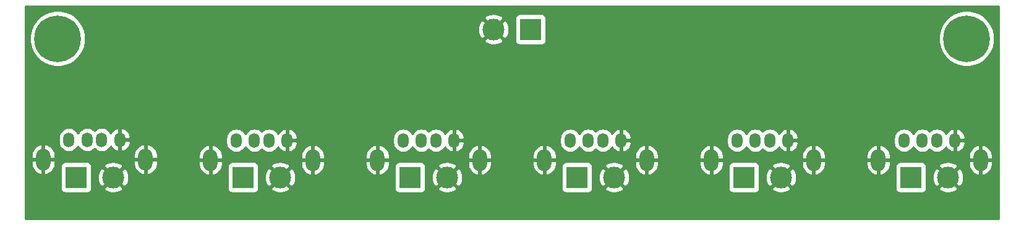
<source format=gbr>
G04 #@! TF.GenerationSoftware,KiCad,Pcbnew,5.1.6*
G04 #@! TF.CreationDate,2020-05-20T11:34:49+02:00*
G04 #@! TF.ProjectId,5V_power_dist,35565f70-6f77-4657-925f-646973742e6b,rev?*
G04 #@! TF.SameCoordinates,Original*
G04 #@! TF.FileFunction,Copper,L2,Bot*
G04 #@! TF.FilePolarity,Positive*
%FSLAX46Y46*%
G04 Gerber Fmt 4.6, Leading zero omitted, Abs format (unit mm)*
G04 Created by KiCad (PCBNEW 5.1.6) date 2020-05-20 11:34:49*
%MOMM*%
%LPD*%
G01*
G04 APERTURE LIST*
G04 #@! TA.AperFunction,ComponentPad*
%ADD10C,0.800000*%
G04 #@! TD*
G04 #@! TA.AperFunction,ComponentPad*
%ADD11C,6.400000*%
G04 #@! TD*
G04 #@! TA.AperFunction,ComponentPad*
%ADD12C,3.000000*%
G04 #@! TD*
G04 #@! TA.AperFunction,ComponentPad*
%ADD13R,3.000000X3.000000*%
G04 #@! TD*
G04 #@! TA.AperFunction,ComponentPad*
%ADD14O,1.524000X2.000000*%
G04 #@! TD*
G04 #@! TA.AperFunction,ComponentPad*
%ADD15O,2.000000X3.000000*%
G04 #@! TD*
G04 #@! TA.AperFunction,Conductor*
%ADD16C,0.254000*%
G04 #@! TD*
G04 APERTURE END LIST*
D10*
X220137056Y-74502944D03*
X218440000Y-73800000D03*
X216742944Y-74502944D03*
X216040000Y-76200000D03*
X216742944Y-77897056D03*
X218440000Y-78600000D03*
X220137056Y-77897056D03*
X220840000Y-76200000D03*
D11*
X218440000Y-76200000D03*
D10*
X95677056Y-74502944D03*
X93980000Y-73800000D03*
X92282944Y-74502944D03*
X91580000Y-76200000D03*
X92282944Y-77897056D03*
X93980000Y-78600000D03*
X95677056Y-77897056D03*
X96380000Y-76200000D03*
D11*
X93980000Y-76200000D03*
D12*
X153670000Y-74930000D03*
D13*
X158750000Y-74930000D03*
D12*
X124460000Y-95250000D03*
D13*
X119380000Y-95250000D03*
D12*
X170180000Y-95250000D03*
D13*
X165100000Y-95250000D03*
D12*
X215900000Y-95250000D03*
D13*
X210820000Y-95250000D03*
D14*
X118420000Y-90170000D03*
X120920000Y-90170000D03*
X122920000Y-90170000D03*
X125420000Y-90170000D03*
D15*
X114920000Y-92880000D03*
X128920000Y-92880000D03*
D14*
X164140000Y-90170000D03*
X166640000Y-90170000D03*
X168640000Y-90170000D03*
X171140000Y-90170000D03*
D15*
X160640000Y-92880000D03*
X174640000Y-92880000D03*
D14*
X209860000Y-90170000D03*
X212360000Y-90170000D03*
X214360000Y-90170000D03*
X216860000Y-90170000D03*
D15*
X206360000Y-92880000D03*
X220360000Y-92880000D03*
D12*
X147320000Y-95250000D03*
D13*
X142240000Y-95250000D03*
D12*
X193040000Y-95250000D03*
D13*
X187960000Y-95250000D03*
D14*
X141280000Y-90170000D03*
X143780000Y-90170000D03*
X145780000Y-90170000D03*
X148280000Y-90170000D03*
D15*
X137780000Y-92880000D03*
X151780000Y-92880000D03*
D14*
X187000000Y-90170000D03*
X189500000Y-90170000D03*
X191500000Y-90170000D03*
X194000000Y-90170000D03*
D15*
X183500000Y-92880000D03*
X197500000Y-92880000D03*
D12*
X101600000Y-95250000D03*
D13*
X96520000Y-95250000D03*
D14*
X95514999Y-90080000D03*
X98014999Y-90080000D03*
X100014999Y-90080000D03*
X102514999Y-90080000D03*
D15*
X92014999Y-92790000D03*
X106014999Y-92790000D03*
D16*
G36*
X222860000Y-100940000D02*
G01*
X89560000Y-100940000D01*
X89560000Y-92917000D01*
X90379999Y-92917000D01*
X90379999Y-93417000D01*
X90436192Y-93733532D01*
X90553057Y-94033020D01*
X90726104Y-94303954D01*
X90948682Y-94535922D01*
X91212238Y-94720010D01*
X91506644Y-94849144D01*
X91634565Y-94880124D01*
X91887999Y-94760777D01*
X91887999Y-92917000D01*
X92141999Y-92917000D01*
X92141999Y-94760777D01*
X92395433Y-94880124D01*
X92523354Y-94849144D01*
X92817760Y-94720010D01*
X93081316Y-94535922D01*
X93303894Y-94303954D01*
X93476941Y-94033020D01*
X93587379Y-93750000D01*
X94381928Y-93750000D01*
X94381928Y-96750000D01*
X94394188Y-96874482D01*
X94430498Y-96994180D01*
X94489463Y-97104494D01*
X94568815Y-97201185D01*
X94665506Y-97280537D01*
X94775820Y-97339502D01*
X94895518Y-97375812D01*
X95020000Y-97388072D01*
X98020000Y-97388072D01*
X98144482Y-97375812D01*
X98264180Y-97339502D01*
X98374494Y-97280537D01*
X98471185Y-97201185D01*
X98550537Y-97104494D01*
X98609502Y-96994180D01*
X98645812Y-96874482D01*
X98658072Y-96750000D01*
X98658072Y-96741653D01*
X100287952Y-96741653D01*
X100443962Y-97057214D01*
X100818745Y-97248020D01*
X101223551Y-97362044D01*
X101642824Y-97394902D01*
X102060451Y-97345334D01*
X102460383Y-97215243D01*
X102756038Y-97057214D01*
X102912048Y-96741653D01*
X101600000Y-95429605D01*
X100287952Y-96741653D01*
X98658072Y-96741653D01*
X98658072Y-95292824D01*
X99455098Y-95292824D01*
X99504666Y-95710451D01*
X99634757Y-96110383D01*
X99792786Y-96406038D01*
X100108347Y-96562048D01*
X101420395Y-95250000D01*
X101779605Y-95250000D01*
X103091653Y-96562048D01*
X103407214Y-96406038D01*
X103598020Y-96031255D01*
X103712044Y-95626449D01*
X103744902Y-95207176D01*
X103695334Y-94789549D01*
X103565243Y-94389617D01*
X103407214Y-94093962D01*
X103091653Y-93937952D01*
X101779605Y-95250000D01*
X101420395Y-95250000D01*
X100108347Y-93937952D01*
X99792786Y-94093962D01*
X99601980Y-94468745D01*
X99487956Y-94873551D01*
X99455098Y-95292824D01*
X98658072Y-95292824D01*
X98658072Y-93758347D01*
X100287952Y-93758347D01*
X101600000Y-95070395D01*
X102912048Y-93758347D01*
X102756038Y-93442786D01*
X102381255Y-93251980D01*
X101976449Y-93137956D01*
X101557176Y-93105098D01*
X101139549Y-93154666D01*
X100739617Y-93284757D01*
X100443962Y-93442786D01*
X100287952Y-93758347D01*
X98658072Y-93758347D01*
X98658072Y-93750000D01*
X98645812Y-93625518D01*
X98609502Y-93505820D01*
X98550537Y-93395506D01*
X98471185Y-93298815D01*
X98374494Y-93219463D01*
X98264180Y-93160498D01*
X98144482Y-93124188D01*
X98020000Y-93111928D01*
X95020000Y-93111928D01*
X94895518Y-93124188D01*
X94775820Y-93160498D01*
X94665506Y-93219463D01*
X94568815Y-93298815D01*
X94489463Y-93395506D01*
X94430498Y-93505820D01*
X94394188Y-93625518D01*
X94381928Y-93750000D01*
X93587379Y-93750000D01*
X93593806Y-93733532D01*
X93649999Y-93417000D01*
X93649999Y-92917000D01*
X104379999Y-92917000D01*
X104379999Y-93417000D01*
X104436192Y-93733532D01*
X104553057Y-94033020D01*
X104726104Y-94303954D01*
X104948682Y-94535922D01*
X105212238Y-94720010D01*
X105506644Y-94849144D01*
X105634565Y-94880124D01*
X105887999Y-94760777D01*
X105887999Y-92917000D01*
X106141999Y-92917000D01*
X106141999Y-94760777D01*
X106395433Y-94880124D01*
X106523354Y-94849144D01*
X106817760Y-94720010D01*
X107081316Y-94535922D01*
X107303894Y-94303954D01*
X107476941Y-94033020D01*
X107593806Y-93733532D01*
X107649999Y-93417000D01*
X107649999Y-93007000D01*
X113285000Y-93007000D01*
X113285000Y-93507000D01*
X113341193Y-93823532D01*
X113458058Y-94123020D01*
X113631105Y-94393954D01*
X113853683Y-94625922D01*
X114117239Y-94810010D01*
X114411645Y-94939144D01*
X114539566Y-94970124D01*
X114793000Y-94850777D01*
X114793000Y-93007000D01*
X115047000Y-93007000D01*
X115047000Y-94850777D01*
X115300434Y-94970124D01*
X115428355Y-94939144D01*
X115722761Y-94810010D01*
X115986317Y-94625922D01*
X116208895Y-94393954D01*
X116381942Y-94123020D01*
X116498807Y-93823532D01*
X116511860Y-93750000D01*
X117241928Y-93750000D01*
X117241928Y-96750000D01*
X117254188Y-96874482D01*
X117290498Y-96994180D01*
X117349463Y-97104494D01*
X117428815Y-97201185D01*
X117525506Y-97280537D01*
X117635820Y-97339502D01*
X117755518Y-97375812D01*
X117880000Y-97388072D01*
X120880000Y-97388072D01*
X121004482Y-97375812D01*
X121124180Y-97339502D01*
X121234494Y-97280537D01*
X121331185Y-97201185D01*
X121410537Y-97104494D01*
X121469502Y-96994180D01*
X121505812Y-96874482D01*
X121518072Y-96750000D01*
X121518072Y-96741653D01*
X123147952Y-96741653D01*
X123303962Y-97057214D01*
X123678745Y-97248020D01*
X124083551Y-97362044D01*
X124502824Y-97394902D01*
X124920451Y-97345334D01*
X125320383Y-97215243D01*
X125616038Y-97057214D01*
X125772048Y-96741653D01*
X124460000Y-95429605D01*
X123147952Y-96741653D01*
X121518072Y-96741653D01*
X121518072Y-95292824D01*
X122315098Y-95292824D01*
X122364666Y-95710451D01*
X122494757Y-96110383D01*
X122652786Y-96406038D01*
X122968347Y-96562048D01*
X124280395Y-95250000D01*
X124639605Y-95250000D01*
X125951653Y-96562048D01*
X126267214Y-96406038D01*
X126458020Y-96031255D01*
X126572044Y-95626449D01*
X126604902Y-95207176D01*
X126555334Y-94789549D01*
X126425243Y-94389617D01*
X126267214Y-94093962D01*
X125951653Y-93937952D01*
X124639605Y-95250000D01*
X124280395Y-95250000D01*
X122968347Y-93937952D01*
X122652786Y-94093962D01*
X122461980Y-94468745D01*
X122347956Y-94873551D01*
X122315098Y-95292824D01*
X121518072Y-95292824D01*
X121518072Y-93758347D01*
X123147952Y-93758347D01*
X124460000Y-95070395D01*
X125772048Y-93758347D01*
X125616038Y-93442786D01*
X125241255Y-93251980D01*
X124836449Y-93137956D01*
X124417176Y-93105098D01*
X123999549Y-93154666D01*
X123599617Y-93284757D01*
X123303962Y-93442786D01*
X123147952Y-93758347D01*
X121518072Y-93758347D01*
X121518072Y-93750000D01*
X121505812Y-93625518D01*
X121469502Y-93505820D01*
X121410537Y-93395506D01*
X121331185Y-93298815D01*
X121234494Y-93219463D01*
X121124180Y-93160498D01*
X121004482Y-93124188D01*
X120880000Y-93111928D01*
X117880000Y-93111928D01*
X117755518Y-93124188D01*
X117635820Y-93160498D01*
X117525506Y-93219463D01*
X117428815Y-93298815D01*
X117349463Y-93395506D01*
X117290498Y-93505820D01*
X117254188Y-93625518D01*
X117241928Y-93750000D01*
X116511860Y-93750000D01*
X116555000Y-93507000D01*
X116555000Y-93007000D01*
X127285000Y-93007000D01*
X127285000Y-93507000D01*
X127341193Y-93823532D01*
X127458058Y-94123020D01*
X127631105Y-94393954D01*
X127853683Y-94625922D01*
X128117239Y-94810010D01*
X128411645Y-94939144D01*
X128539566Y-94970124D01*
X128793000Y-94850777D01*
X128793000Y-93007000D01*
X129047000Y-93007000D01*
X129047000Y-94850777D01*
X129300434Y-94970124D01*
X129428355Y-94939144D01*
X129722761Y-94810010D01*
X129986317Y-94625922D01*
X130208895Y-94393954D01*
X130381942Y-94123020D01*
X130498807Y-93823532D01*
X130555000Y-93507000D01*
X130555000Y-93007000D01*
X136145000Y-93007000D01*
X136145000Y-93507000D01*
X136201193Y-93823532D01*
X136318058Y-94123020D01*
X136491105Y-94393954D01*
X136713683Y-94625922D01*
X136977239Y-94810010D01*
X137271645Y-94939144D01*
X137399566Y-94970124D01*
X137653000Y-94850777D01*
X137653000Y-93007000D01*
X137907000Y-93007000D01*
X137907000Y-94850777D01*
X138160434Y-94970124D01*
X138288355Y-94939144D01*
X138582761Y-94810010D01*
X138846317Y-94625922D01*
X139068895Y-94393954D01*
X139241942Y-94123020D01*
X139358807Y-93823532D01*
X139371860Y-93750000D01*
X140101928Y-93750000D01*
X140101928Y-96750000D01*
X140114188Y-96874482D01*
X140150498Y-96994180D01*
X140209463Y-97104494D01*
X140288815Y-97201185D01*
X140385506Y-97280537D01*
X140495820Y-97339502D01*
X140615518Y-97375812D01*
X140740000Y-97388072D01*
X143740000Y-97388072D01*
X143864482Y-97375812D01*
X143984180Y-97339502D01*
X144094494Y-97280537D01*
X144191185Y-97201185D01*
X144270537Y-97104494D01*
X144329502Y-96994180D01*
X144365812Y-96874482D01*
X144378072Y-96750000D01*
X144378072Y-96741653D01*
X146007952Y-96741653D01*
X146163962Y-97057214D01*
X146538745Y-97248020D01*
X146943551Y-97362044D01*
X147362824Y-97394902D01*
X147780451Y-97345334D01*
X148180383Y-97215243D01*
X148476038Y-97057214D01*
X148632048Y-96741653D01*
X147320000Y-95429605D01*
X146007952Y-96741653D01*
X144378072Y-96741653D01*
X144378072Y-95292824D01*
X145175098Y-95292824D01*
X145224666Y-95710451D01*
X145354757Y-96110383D01*
X145512786Y-96406038D01*
X145828347Y-96562048D01*
X147140395Y-95250000D01*
X147499605Y-95250000D01*
X148811653Y-96562048D01*
X149127214Y-96406038D01*
X149318020Y-96031255D01*
X149432044Y-95626449D01*
X149464902Y-95207176D01*
X149415334Y-94789549D01*
X149285243Y-94389617D01*
X149127214Y-94093962D01*
X148811653Y-93937952D01*
X147499605Y-95250000D01*
X147140395Y-95250000D01*
X145828347Y-93937952D01*
X145512786Y-94093962D01*
X145321980Y-94468745D01*
X145207956Y-94873551D01*
X145175098Y-95292824D01*
X144378072Y-95292824D01*
X144378072Y-93758347D01*
X146007952Y-93758347D01*
X147320000Y-95070395D01*
X148632048Y-93758347D01*
X148476038Y-93442786D01*
X148101255Y-93251980D01*
X147696449Y-93137956D01*
X147277176Y-93105098D01*
X146859549Y-93154666D01*
X146459617Y-93284757D01*
X146163962Y-93442786D01*
X146007952Y-93758347D01*
X144378072Y-93758347D01*
X144378072Y-93750000D01*
X144365812Y-93625518D01*
X144329502Y-93505820D01*
X144270537Y-93395506D01*
X144191185Y-93298815D01*
X144094494Y-93219463D01*
X143984180Y-93160498D01*
X143864482Y-93124188D01*
X143740000Y-93111928D01*
X140740000Y-93111928D01*
X140615518Y-93124188D01*
X140495820Y-93160498D01*
X140385506Y-93219463D01*
X140288815Y-93298815D01*
X140209463Y-93395506D01*
X140150498Y-93505820D01*
X140114188Y-93625518D01*
X140101928Y-93750000D01*
X139371860Y-93750000D01*
X139415000Y-93507000D01*
X139415000Y-93007000D01*
X150145000Y-93007000D01*
X150145000Y-93507000D01*
X150201193Y-93823532D01*
X150318058Y-94123020D01*
X150491105Y-94393954D01*
X150713683Y-94625922D01*
X150977239Y-94810010D01*
X151271645Y-94939144D01*
X151399566Y-94970124D01*
X151653000Y-94850777D01*
X151653000Y-93007000D01*
X151907000Y-93007000D01*
X151907000Y-94850777D01*
X152160434Y-94970124D01*
X152288355Y-94939144D01*
X152582761Y-94810010D01*
X152846317Y-94625922D01*
X153068895Y-94393954D01*
X153241942Y-94123020D01*
X153358807Y-93823532D01*
X153415000Y-93507000D01*
X153415000Y-93007000D01*
X159005000Y-93007000D01*
X159005000Y-93507000D01*
X159061193Y-93823532D01*
X159178058Y-94123020D01*
X159351105Y-94393954D01*
X159573683Y-94625922D01*
X159837239Y-94810010D01*
X160131645Y-94939144D01*
X160259566Y-94970124D01*
X160513000Y-94850777D01*
X160513000Y-93007000D01*
X160767000Y-93007000D01*
X160767000Y-94850777D01*
X161020434Y-94970124D01*
X161148355Y-94939144D01*
X161442761Y-94810010D01*
X161706317Y-94625922D01*
X161928895Y-94393954D01*
X162101942Y-94123020D01*
X162218807Y-93823532D01*
X162231860Y-93750000D01*
X162961928Y-93750000D01*
X162961928Y-96750000D01*
X162974188Y-96874482D01*
X163010498Y-96994180D01*
X163069463Y-97104494D01*
X163148815Y-97201185D01*
X163245506Y-97280537D01*
X163355820Y-97339502D01*
X163475518Y-97375812D01*
X163600000Y-97388072D01*
X166600000Y-97388072D01*
X166724482Y-97375812D01*
X166844180Y-97339502D01*
X166954494Y-97280537D01*
X167051185Y-97201185D01*
X167130537Y-97104494D01*
X167189502Y-96994180D01*
X167225812Y-96874482D01*
X167238072Y-96750000D01*
X167238072Y-96741653D01*
X168867952Y-96741653D01*
X169023962Y-97057214D01*
X169398745Y-97248020D01*
X169803551Y-97362044D01*
X170222824Y-97394902D01*
X170640451Y-97345334D01*
X171040383Y-97215243D01*
X171336038Y-97057214D01*
X171492048Y-96741653D01*
X170180000Y-95429605D01*
X168867952Y-96741653D01*
X167238072Y-96741653D01*
X167238072Y-95292824D01*
X168035098Y-95292824D01*
X168084666Y-95710451D01*
X168214757Y-96110383D01*
X168372786Y-96406038D01*
X168688347Y-96562048D01*
X170000395Y-95250000D01*
X170359605Y-95250000D01*
X171671653Y-96562048D01*
X171987214Y-96406038D01*
X172178020Y-96031255D01*
X172292044Y-95626449D01*
X172324902Y-95207176D01*
X172275334Y-94789549D01*
X172145243Y-94389617D01*
X171987214Y-94093962D01*
X171671653Y-93937952D01*
X170359605Y-95250000D01*
X170000395Y-95250000D01*
X168688347Y-93937952D01*
X168372786Y-94093962D01*
X168181980Y-94468745D01*
X168067956Y-94873551D01*
X168035098Y-95292824D01*
X167238072Y-95292824D01*
X167238072Y-93758347D01*
X168867952Y-93758347D01*
X170180000Y-95070395D01*
X171492048Y-93758347D01*
X171336038Y-93442786D01*
X170961255Y-93251980D01*
X170556449Y-93137956D01*
X170137176Y-93105098D01*
X169719549Y-93154666D01*
X169319617Y-93284757D01*
X169023962Y-93442786D01*
X168867952Y-93758347D01*
X167238072Y-93758347D01*
X167238072Y-93750000D01*
X167225812Y-93625518D01*
X167189502Y-93505820D01*
X167130537Y-93395506D01*
X167051185Y-93298815D01*
X166954494Y-93219463D01*
X166844180Y-93160498D01*
X166724482Y-93124188D01*
X166600000Y-93111928D01*
X163600000Y-93111928D01*
X163475518Y-93124188D01*
X163355820Y-93160498D01*
X163245506Y-93219463D01*
X163148815Y-93298815D01*
X163069463Y-93395506D01*
X163010498Y-93505820D01*
X162974188Y-93625518D01*
X162961928Y-93750000D01*
X162231860Y-93750000D01*
X162275000Y-93507000D01*
X162275000Y-93007000D01*
X173005000Y-93007000D01*
X173005000Y-93507000D01*
X173061193Y-93823532D01*
X173178058Y-94123020D01*
X173351105Y-94393954D01*
X173573683Y-94625922D01*
X173837239Y-94810010D01*
X174131645Y-94939144D01*
X174259566Y-94970124D01*
X174513000Y-94850777D01*
X174513000Y-93007000D01*
X174767000Y-93007000D01*
X174767000Y-94850777D01*
X175020434Y-94970124D01*
X175148355Y-94939144D01*
X175442761Y-94810010D01*
X175706317Y-94625922D01*
X175928895Y-94393954D01*
X176101942Y-94123020D01*
X176218807Y-93823532D01*
X176275000Y-93507000D01*
X176275000Y-93007000D01*
X181865000Y-93007000D01*
X181865000Y-93507000D01*
X181921193Y-93823532D01*
X182038058Y-94123020D01*
X182211105Y-94393954D01*
X182433683Y-94625922D01*
X182697239Y-94810010D01*
X182991645Y-94939144D01*
X183119566Y-94970124D01*
X183373000Y-94850777D01*
X183373000Y-93007000D01*
X183627000Y-93007000D01*
X183627000Y-94850777D01*
X183880434Y-94970124D01*
X184008355Y-94939144D01*
X184302761Y-94810010D01*
X184566317Y-94625922D01*
X184788895Y-94393954D01*
X184961942Y-94123020D01*
X185078807Y-93823532D01*
X185091860Y-93750000D01*
X185821928Y-93750000D01*
X185821928Y-96750000D01*
X185834188Y-96874482D01*
X185870498Y-96994180D01*
X185929463Y-97104494D01*
X186008815Y-97201185D01*
X186105506Y-97280537D01*
X186215820Y-97339502D01*
X186335518Y-97375812D01*
X186460000Y-97388072D01*
X189460000Y-97388072D01*
X189584482Y-97375812D01*
X189704180Y-97339502D01*
X189814494Y-97280537D01*
X189911185Y-97201185D01*
X189990537Y-97104494D01*
X190049502Y-96994180D01*
X190085812Y-96874482D01*
X190098072Y-96750000D01*
X190098072Y-96741653D01*
X191727952Y-96741653D01*
X191883962Y-97057214D01*
X192258745Y-97248020D01*
X192663551Y-97362044D01*
X193082824Y-97394902D01*
X193500451Y-97345334D01*
X193900383Y-97215243D01*
X194196038Y-97057214D01*
X194352048Y-96741653D01*
X193040000Y-95429605D01*
X191727952Y-96741653D01*
X190098072Y-96741653D01*
X190098072Y-95292824D01*
X190895098Y-95292824D01*
X190944666Y-95710451D01*
X191074757Y-96110383D01*
X191232786Y-96406038D01*
X191548347Y-96562048D01*
X192860395Y-95250000D01*
X193219605Y-95250000D01*
X194531653Y-96562048D01*
X194847214Y-96406038D01*
X195038020Y-96031255D01*
X195152044Y-95626449D01*
X195184902Y-95207176D01*
X195135334Y-94789549D01*
X195005243Y-94389617D01*
X194847214Y-94093962D01*
X194531653Y-93937952D01*
X193219605Y-95250000D01*
X192860395Y-95250000D01*
X191548347Y-93937952D01*
X191232786Y-94093962D01*
X191041980Y-94468745D01*
X190927956Y-94873551D01*
X190895098Y-95292824D01*
X190098072Y-95292824D01*
X190098072Y-93758347D01*
X191727952Y-93758347D01*
X193040000Y-95070395D01*
X194352048Y-93758347D01*
X194196038Y-93442786D01*
X193821255Y-93251980D01*
X193416449Y-93137956D01*
X192997176Y-93105098D01*
X192579549Y-93154666D01*
X192179617Y-93284757D01*
X191883962Y-93442786D01*
X191727952Y-93758347D01*
X190098072Y-93758347D01*
X190098072Y-93750000D01*
X190085812Y-93625518D01*
X190049502Y-93505820D01*
X189990537Y-93395506D01*
X189911185Y-93298815D01*
X189814494Y-93219463D01*
X189704180Y-93160498D01*
X189584482Y-93124188D01*
X189460000Y-93111928D01*
X186460000Y-93111928D01*
X186335518Y-93124188D01*
X186215820Y-93160498D01*
X186105506Y-93219463D01*
X186008815Y-93298815D01*
X185929463Y-93395506D01*
X185870498Y-93505820D01*
X185834188Y-93625518D01*
X185821928Y-93750000D01*
X185091860Y-93750000D01*
X185135000Y-93507000D01*
X185135000Y-93007000D01*
X195865000Y-93007000D01*
X195865000Y-93507000D01*
X195921193Y-93823532D01*
X196038058Y-94123020D01*
X196211105Y-94393954D01*
X196433683Y-94625922D01*
X196697239Y-94810010D01*
X196991645Y-94939144D01*
X197119566Y-94970124D01*
X197373000Y-94850777D01*
X197373000Y-93007000D01*
X197627000Y-93007000D01*
X197627000Y-94850777D01*
X197880434Y-94970124D01*
X198008355Y-94939144D01*
X198302761Y-94810010D01*
X198566317Y-94625922D01*
X198788895Y-94393954D01*
X198961942Y-94123020D01*
X199078807Y-93823532D01*
X199135000Y-93507000D01*
X199135000Y-93007000D01*
X204725000Y-93007000D01*
X204725000Y-93507000D01*
X204781193Y-93823532D01*
X204898058Y-94123020D01*
X205071105Y-94393954D01*
X205293683Y-94625922D01*
X205557239Y-94810010D01*
X205851645Y-94939144D01*
X205979566Y-94970124D01*
X206233000Y-94850777D01*
X206233000Y-93007000D01*
X206487000Y-93007000D01*
X206487000Y-94850777D01*
X206740434Y-94970124D01*
X206868355Y-94939144D01*
X207162761Y-94810010D01*
X207426317Y-94625922D01*
X207648895Y-94393954D01*
X207821942Y-94123020D01*
X207938807Y-93823532D01*
X207951860Y-93750000D01*
X208681928Y-93750000D01*
X208681928Y-96750000D01*
X208694188Y-96874482D01*
X208730498Y-96994180D01*
X208789463Y-97104494D01*
X208868815Y-97201185D01*
X208965506Y-97280537D01*
X209075820Y-97339502D01*
X209195518Y-97375812D01*
X209320000Y-97388072D01*
X212320000Y-97388072D01*
X212444482Y-97375812D01*
X212564180Y-97339502D01*
X212674494Y-97280537D01*
X212771185Y-97201185D01*
X212850537Y-97104494D01*
X212909502Y-96994180D01*
X212945812Y-96874482D01*
X212958072Y-96750000D01*
X212958072Y-96741653D01*
X214587952Y-96741653D01*
X214743962Y-97057214D01*
X215118745Y-97248020D01*
X215523551Y-97362044D01*
X215942824Y-97394902D01*
X216360451Y-97345334D01*
X216760383Y-97215243D01*
X217056038Y-97057214D01*
X217212048Y-96741653D01*
X215900000Y-95429605D01*
X214587952Y-96741653D01*
X212958072Y-96741653D01*
X212958072Y-95292824D01*
X213755098Y-95292824D01*
X213804666Y-95710451D01*
X213934757Y-96110383D01*
X214092786Y-96406038D01*
X214408347Y-96562048D01*
X215720395Y-95250000D01*
X216079605Y-95250000D01*
X217391653Y-96562048D01*
X217707214Y-96406038D01*
X217898020Y-96031255D01*
X218012044Y-95626449D01*
X218044902Y-95207176D01*
X217995334Y-94789549D01*
X217865243Y-94389617D01*
X217707214Y-94093962D01*
X217391653Y-93937952D01*
X216079605Y-95250000D01*
X215720395Y-95250000D01*
X214408347Y-93937952D01*
X214092786Y-94093962D01*
X213901980Y-94468745D01*
X213787956Y-94873551D01*
X213755098Y-95292824D01*
X212958072Y-95292824D01*
X212958072Y-93758347D01*
X214587952Y-93758347D01*
X215900000Y-95070395D01*
X217212048Y-93758347D01*
X217056038Y-93442786D01*
X216681255Y-93251980D01*
X216276449Y-93137956D01*
X215857176Y-93105098D01*
X215439549Y-93154666D01*
X215039617Y-93284757D01*
X214743962Y-93442786D01*
X214587952Y-93758347D01*
X212958072Y-93758347D01*
X212958072Y-93750000D01*
X212945812Y-93625518D01*
X212909502Y-93505820D01*
X212850537Y-93395506D01*
X212771185Y-93298815D01*
X212674494Y-93219463D01*
X212564180Y-93160498D01*
X212444482Y-93124188D01*
X212320000Y-93111928D01*
X209320000Y-93111928D01*
X209195518Y-93124188D01*
X209075820Y-93160498D01*
X208965506Y-93219463D01*
X208868815Y-93298815D01*
X208789463Y-93395506D01*
X208730498Y-93505820D01*
X208694188Y-93625518D01*
X208681928Y-93750000D01*
X207951860Y-93750000D01*
X207995000Y-93507000D01*
X207995000Y-93007000D01*
X218725000Y-93007000D01*
X218725000Y-93507000D01*
X218781193Y-93823532D01*
X218898058Y-94123020D01*
X219071105Y-94393954D01*
X219293683Y-94625922D01*
X219557239Y-94810010D01*
X219851645Y-94939144D01*
X219979566Y-94970124D01*
X220233000Y-94850777D01*
X220233000Y-93007000D01*
X220487000Y-93007000D01*
X220487000Y-94850777D01*
X220740434Y-94970124D01*
X220868355Y-94939144D01*
X221162761Y-94810010D01*
X221426317Y-94625922D01*
X221648895Y-94393954D01*
X221821942Y-94123020D01*
X221938807Y-93823532D01*
X221995000Y-93507000D01*
X221995000Y-93007000D01*
X220487000Y-93007000D01*
X220233000Y-93007000D01*
X218725000Y-93007000D01*
X207995000Y-93007000D01*
X206487000Y-93007000D01*
X206233000Y-93007000D01*
X204725000Y-93007000D01*
X199135000Y-93007000D01*
X197627000Y-93007000D01*
X197373000Y-93007000D01*
X195865000Y-93007000D01*
X185135000Y-93007000D01*
X183627000Y-93007000D01*
X183373000Y-93007000D01*
X181865000Y-93007000D01*
X176275000Y-93007000D01*
X174767000Y-93007000D01*
X174513000Y-93007000D01*
X173005000Y-93007000D01*
X162275000Y-93007000D01*
X160767000Y-93007000D01*
X160513000Y-93007000D01*
X159005000Y-93007000D01*
X153415000Y-93007000D01*
X151907000Y-93007000D01*
X151653000Y-93007000D01*
X150145000Y-93007000D01*
X139415000Y-93007000D01*
X137907000Y-93007000D01*
X137653000Y-93007000D01*
X136145000Y-93007000D01*
X130555000Y-93007000D01*
X129047000Y-93007000D01*
X128793000Y-93007000D01*
X127285000Y-93007000D01*
X116555000Y-93007000D01*
X115047000Y-93007000D01*
X114793000Y-93007000D01*
X113285000Y-93007000D01*
X107649999Y-93007000D01*
X107649999Y-92917000D01*
X106141999Y-92917000D01*
X105887999Y-92917000D01*
X104379999Y-92917000D01*
X93649999Y-92917000D01*
X92141999Y-92917000D01*
X91887999Y-92917000D01*
X90379999Y-92917000D01*
X89560000Y-92917000D01*
X89560000Y-92163000D01*
X90379999Y-92163000D01*
X90379999Y-92663000D01*
X91887999Y-92663000D01*
X91887999Y-90819223D01*
X92141999Y-90819223D01*
X92141999Y-92663000D01*
X93649999Y-92663000D01*
X93649999Y-92163000D01*
X104379999Y-92163000D01*
X104379999Y-92663000D01*
X105887999Y-92663000D01*
X105887999Y-90819223D01*
X106141999Y-90819223D01*
X106141999Y-92663000D01*
X107649999Y-92663000D01*
X107649999Y-92253000D01*
X113285000Y-92253000D01*
X113285000Y-92753000D01*
X114793000Y-92753000D01*
X114793000Y-90909223D01*
X115047000Y-90909223D01*
X115047000Y-92753000D01*
X116555000Y-92753000D01*
X116555000Y-92253000D01*
X127285000Y-92253000D01*
X127285000Y-92753000D01*
X128793000Y-92753000D01*
X128793000Y-90909223D01*
X129047000Y-90909223D01*
X129047000Y-92753000D01*
X130555000Y-92753000D01*
X130555000Y-92253000D01*
X136145000Y-92253000D01*
X136145000Y-92753000D01*
X137653000Y-92753000D01*
X137653000Y-90909223D01*
X137907000Y-90909223D01*
X137907000Y-92753000D01*
X139415000Y-92753000D01*
X139415000Y-92253000D01*
X150145000Y-92253000D01*
X150145000Y-92753000D01*
X151653000Y-92753000D01*
X151653000Y-90909223D01*
X151907000Y-90909223D01*
X151907000Y-92753000D01*
X153415000Y-92753000D01*
X153415000Y-92253000D01*
X159005000Y-92253000D01*
X159005000Y-92753000D01*
X160513000Y-92753000D01*
X160513000Y-90909223D01*
X160767000Y-90909223D01*
X160767000Y-92753000D01*
X162275000Y-92753000D01*
X162275000Y-92253000D01*
X173005000Y-92253000D01*
X173005000Y-92753000D01*
X174513000Y-92753000D01*
X174513000Y-90909223D01*
X174767000Y-90909223D01*
X174767000Y-92753000D01*
X176275000Y-92753000D01*
X176275000Y-92253000D01*
X181865000Y-92253000D01*
X181865000Y-92753000D01*
X183373000Y-92753000D01*
X183373000Y-90909223D01*
X183627000Y-90909223D01*
X183627000Y-92753000D01*
X185135000Y-92753000D01*
X185135000Y-92253000D01*
X195865000Y-92253000D01*
X195865000Y-92753000D01*
X197373000Y-92753000D01*
X197373000Y-90909223D01*
X197627000Y-90909223D01*
X197627000Y-92753000D01*
X199135000Y-92753000D01*
X199135000Y-92253000D01*
X204725000Y-92253000D01*
X204725000Y-92753000D01*
X206233000Y-92753000D01*
X206233000Y-90909223D01*
X206487000Y-90909223D01*
X206487000Y-92753000D01*
X207995000Y-92753000D01*
X207995000Y-92253000D01*
X218725000Y-92253000D01*
X218725000Y-92753000D01*
X220233000Y-92753000D01*
X220233000Y-90909223D01*
X220487000Y-90909223D01*
X220487000Y-92753000D01*
X221995000Y-92753000D01*
X221995000Y-92253000D01*
X221938807Y-91936468D01*
X221821942Y-91636980D01*
X221648895Y-91366046D01*
X221426317Y-91134078D01*
X221162761Y-90949990D01*
X220868355Y-90820856D01*
X220740434Y-90789876D01*
X220487000Y-90909223D01*
X220233000Y-90909223D01*
X219979566Y-90789876D01*
X219851645Y-90820856D01*
X219557239Y-90949990D01*
X219293683Y-91134078D01*
X219071105Y-91366046D01*
X218898058Y-91636980D01*
X218781193Y-91936468D01*
X218725000Y-92253000D01*
X207995000Y-92253000D01*
X207938807Y-91936468D01*
X207821942Y-91636980D01*
X207648895Y-91366046D01*
X207426317Y-91134078D01*
X207162761Y-90949990D01*
X206868355Y-90820856D01*
X206740434Y-90789876D01*
X206487000Y-90909223D01*
X206233000Y-90909223D01*
X205979566Y-90789876D01*
X205851645Y-90820856D01*
X205557239Y-90949990D01*
X205293683Y-91134078D01*
X205071105Y-91366046D01*
X204898058Y-91636980D01*
X204781193Y-91936468D01*
X204725000Y-92253000D01*
X199135000Y-92253000D01*
X199078807Y-91936468D01*
X198961942Y-91636980D01*
X198788895Y-91366046D01*
X198566317Y-91134078D01*
X198302761Y-90949990D01*
X198008355Y-90820856D01*
X197880434Y-90789876D01*
X197627000Y-90909223D01*
X197373000Y-90909223D01*
X197119566Y-90789876D01*
X196991645Y-90820856D01*
X196697239Y-90949990D01*
X196433683Y-91134078D01*
X196211105Y-91366046D01*
X196038058Y-91636980D01*
X195921193Y-91936468D01*
X195865000Y-92253000D01*
X185135000Y-92253000D01*
X185078807Y-91936468D01*
X184961942Y-91636980D01*
X184788895Y-91366046D01*
X184566317Y-91134078D01*
X184302761Y-90949990D01*
X184008355Y-90820856D01*
X183880434Y-90789876D01*
X183627000Y-90909223D01*
X183373000Y-90909223D01*
X183119566Y-90789876D01*
X182991645Y-90820856D01*
X182697239Y-90949990D01*
X182433683Y-91134078D01*
X182211105Y-91366046D01*
X182038058Y-91636980D01*
X181921193Y-91936468D01*
X181865000Y-92253000D01*
X176275000Y-92253000D01*
X176218807Y-91936468D01*
X176101942Y-91636980D01*
X175928895Y-91366046D01*
X175706317Y-91134078D01*
X175442761Y-90949990D01*
X175148355Y-90820856D01*
X175020434Y-90789876D01*
X174767000Y-90909223D01*
X174513000Y-90909223D01*
X174259566Y-90789876D01*
X174131645Y-90820856D01*
X173837239Y-90949990D01*
X173573683Y-91134078D01*
X173351105Y-91366046D01*
X173178058Y-91636980D01*
X173061193Y-91936468D01*
X173005000Y-92253000D01*
X162275000Y-92253000D01*
X162218807Y-91936468D01*
X162101942Y-91636980D01*
X161928895Y-91366046D01*
X161706317Y-91134078D01*
X161442761Y-90949990D01*
X161148355Y-90820856D01*
X161020434Y-90789876D01*
X160767000Y-90909223D01*
X160513000Y-90909223D01*
X160259566Y-90789876D01*
X160131645Y-90820856D01*
X159837239Y-90949990D01*
X159573683Y-91134078D01*
X159351105Y-91366046D01*
X159178058Y-91636980D01*
X159061193Y-91936468D01*
X159005000Y-92253000D01*
X153415000Y-92253000D01*
X153358807Y-91936468D01*
X153241942Y-91636980D01*
X153068895Y-91366046D01*
X152846317Y-91134078D01*
X152582761Y-90949990D01*
X152288355Y-90820856D01*
X152160434Y-90789876D01*
X151907000Y-90909223D01*
X151653000Y-90909223D01*
X151399566Y-90789876D01*
X151271645Y-90820856D01*
X150977239Y-90949990D01*
X150713683Y-91134078D01*
X150491105Y-91366046D01*
X150318058Y-91636980D01*
X150201193Y-91936468D01*
X150145000Y-92253000D01*
X139415000Y-92253000D01*
X139358807Y-91936468D01*
X139241942Y-91636980D01*
X139068895Y-91366046D01*
X138846317Y-91134078D01*
X138582761Y-90949990D01*
X138288355Y-90820856D01*
X138160434Y-90789876D01*
X137907000Y-90909223D01*
X137653000Y-90909223D01*
X137399566Y-90789876D01*
X137271645Y-90820856D01*
X136977239Y-90949990D01*
X136713683Y-91134078D01*
X136491105Y-91366046D01*
X136318058Y-91636980D01*
X136201193Y-91936468D01*
X136145000Y-92253000D01*
X130555000Y-92253000D01*
X130498807Y-91936468D01*
X130381942Y-91636980D01*
X130208895Y-91366046D01*
X129986317Y-91134078D01*
X129722761Y-90949990D01*
X129428355Y-90820856D01*
X129300434Y-90789876D01*
X129047000Y-90909223D01*
X128793000Y-90909223D01*
X128539566Y-90789876D01*
X128411645Y-90820856D01*
X128117239Y-90949990D01*
X127853683Y-91134078D01*
X127631105Y-91366046D01*
X127458058Y-91636980D01*
X127341193Y-91936468D01*
X127285000Y-92253000D01*
X116555000Y-92253000D01*
X116498807Y-91936468D01*
X116381942Y-91636980D01*
X116208895Y-91366046D01*
X115986317Y-91134078D01*
X115722761Y-90949990D01*
X115428355Y-90820856D01*
X115300434Y-90789876D01*
X115047000Y-90909223D01*
X114793000Y-90909223D01*
X114539566Y-90789876D01*
X114411645Y-90820856D01*
X114117239Y-90949990D01*
X113853683Y-91134078D01*
X113631105Y-91366046D01*
X113458058Y-91636980D01*
X113341193Y-91936468D01*
X113285000Y-92253000D01*
X107649999Y-92253000D01*
X107649999Y-92163000D01*
X107593806Y-91846468D01*
X107476941Y-91546980D01*
X107303894Y-91276046D01*
X107081316Y-91044078D01*
X106817760Y-90859990D01*
X106523354Y-90730856D01*
X106395433Y-90699876D01*
X106141999Y-90819223D01*
X105887999Y-90819223D01*
X105634565Y-90699876D01*
X105506644Y-90730856D01*
X105212238Y-90859990D01*
X104948682Y-91044078D01*
X104726104Y-91276046D01*
X104553057Y-91546980D01*
X104436192Y-91846468D01*
X104379999Y-92163000D01*
X93649999Y-92163000D01*
X93593806Y-91846468D01*
X93476941Y-91546980D01*
X93303894Y-91276046D01*
X93081316Y-91044078D01*
X92817760Y-90859990D01*
X92523354Y-90730856D01*
X92395433Y-90699876D01*
X92141999Y-90819223D01*
X91887999Y-90819223D01*
X91634565Y-90699876D01*
X91506644Y-90730856D01*
X91212238Y-90859990D01*
X90948682Y-91044078D01*
X90726104Y-91276046D01*
X90553057Y-91546980D01*
X90436192Y-91846468D01*
X90379999Y-92163000D01*
X89560000Y-92163000D01*
X89560000Y-89773376D01*
X94117999Y-89773376D01*
X94117999Y-90386625D01*
X94138213Y-90591860D01*
X94218095Y-90855195D01*
X94347816Y-91097887D01*
X94522392Y-91310608D01*
X94735113Y-91485183D01*
X94977805Y-91614904D01*
X95241140Y-91694786D01*
X95514999Y-91721759D01*
X95788859Y-91694786D01*
X96052194Y-91614904D01*
X96294886Y-91485183D01*
X96507607Y-91310608D01*
X96682182Y-91097887D01*
X96764999Y-90942946D01*
X96847816Y-91097887D01*
X97022392Y-91310608D01*
X97235113Y-91485183D01*
X97477805Y-91614904D01*
X97741140Y-91694786D01*
X98014999Y-91721759D01*
X98288859Y-91694786D01*
X98552194Y-91614904D01*
X98794886Y-91485183D01*
X99007607Y-91310608D01*
X99014999Y-91301600D01*
X99022392Y-91310608D01*
X99235113Y-91485183D01*
X99477805Y-91614904D01*
X99741140Y-91694786D01*
X100014999Y-91721759D01*
X100288859Y-91694786D01*
X100552194Y-91614904D01*
X100794886Y-91485183D01*
X101007607Y-91310608D01*
X101182182Y-91097887D01*
X101260092Y-90952127D01*
X101261573Y-90955917D01*
X101410109Y-91188191D01*
X101601105Y-91387024D01*
X101827221Y-91544775D01*
X102079768Y-91655382D01*
X102171929Y-91672220D01*
X102387999Y-91549720D01*
X102387999Y-90207000D01*
X102641999Y-90207000D01*
X102641999Y-91549720D01*
X102858069Y-91672220D01*
X102950230Y-91655382D01*
X103202777Y-91544775D01*
X103428893Y-91387024D01*
X103619889Y-91188191D01*
X103768425Y-90955917D01*
X103868792Y-90699128D01*
X103917134Y-90427693D01*
X103758281Y-90207000D01*
X102641999Y-90207000D01*
X102387999Y-90207000D01*
X102367999Y-90207000D01*
X102367999Y-89953000D01*
X102387999Y-89953000D01*
X102387999Y-88610280D01*
X102641999Y-88610280D01*
X102641999Y-89953000D01*
X103758281Y-89953000D01*
X103822791Y-89863376D01*
X117023000Y-89863376D01*
X117023000Y-90476625D01*
X117043214Y-90681860D01*
X117123096Y-90945195D01*
X117252817Y-91187887D01*
X117427393Y-91400608D01*
X117640114Y-91575183D01*
X117882806Y-91704904D01*
X118146141Y-91784786D01*
X118420000Y-91811759D01*
X118693860Y-91784786D01*
X118957195Y-91704904D01*
X119199887Y-91575183D01*
X119412608Y-91400608D01*
X119587183Y-91187887D01*
X119670000Y-91032946D01*
X119752817Y-91187887D01*
X119927393Y-91400608D01*
X120140114Y-91575183D01*
X120382806Y-91704904D01*
X120646141Y-91784786D01*
X120920000Y-91811759D01*
X121193860Y-91784786D01*
X121457195Y-91704904D01*
X121699887Y-91575183D01*
X121912608Y-91400608D01*
X121920000Y-91391600D01*
X121927393Y-91400608D01*
X122140114Y-91575183D01*
X122382806Y-91704904D01*
X122646141Y-91784786D01*
X122920000Y-91811759D01*
X123193860Y-91784786D01*
X123457195Y-91704904D01*
X123699887Y-91575183D01*
X123912608Y-91400608D01*
X124087183Y-91187887D01*
X124165093Y-91042127D01*
X124166574Y-91045917D01*
X124315110Y-91278191D01*
X124506106Y-91477024D01*
X124732222Y-91634775D01*
X124984769Y-91745382D01*
X125076930Y-91762220D01*
X125293000Y-91639720D01*
X125293000Y-90297000D01*
X125547000Y-90297000D01*
X125547000Y-91639720D01*
X125763070Y-91762220D01*
X125855231Y-91745382D01*
X126107778Y-91634775D01*
X126333894Y-91477024D01*
X126524890Y-91278191D01*
X126673426Y-91045917D01*
X126773793Y-90789128D01*
X126822135Y-90517693D01*
X126663282Y-90297000D01*
X125547000Y-90297000D01*
X125293000Y-90297000D01*
X125273000Y-90297000D01*
X125273000Y-90043000D01*
X125293000Y-90043000D01*
X125293000Y-88700280D01*
X125547000Y-88700280D01*
X125547000Y-90043000D01*
X126663282Y-90043000D01*
X126792573Y-89863376D01*
X139883000Y-89863376D01*
X139883000Y-90476625D01*
X139903214Y-90681860D01*
X139983096Y-90945195D01*
X140112817Y-91187887D01*
X140287393Y-91400608D01*
X140500114Y-91575183D01*
X140742806Y-91704904D01*
X141006141Y-91784786D01*
X141280000Y-91811759D01*
X141553860Y-91784786D01*
X141817195Y-91704904D01*
X142059887Y-91575183D01*
X142272608Y-91400608D01*
X142447183Y-91187887D01*
X142530000Y-91032946D01*
X142612817Y-91187887D01*
X142787393Y-91400608D01*
X143000114Y-91575183D01*
X143242806Y-91704904D01*
X143506141Y-91784786D01*
X143780000Y-91811759D01*
X144053860Y-91784786D01*
X144317195Y-91704904D01*
X144559887Y-91575183D01*
X144772608Y-91400608D01*
X144780000Y-91391600D01*
X144787393Y-91400608D01*
X145000114Y-91575183D01*
X145242806Y-91704904D01*
X145506141Y-91784786D01*
X145780000Y-91811759D01*
X146053860Y-91784786D01*
X146317195Y-91704904D01*
X146559887Y-91575183D01*
X146772608Y-91400608D01*
X146947183Y-91187887D01*
X147025093Y-91042127D01*
X147026574Y-91045917D01*
X147175110Y-91278191D01*
X147366106Y-91477024D01*
X147592222Y-91634775D01*
X147844769Y-91745382D01*
X147936930Y-91762220D01*
X148153000Y-91639720D01*
X148153000Y-90297000D01*
X148407000Y-90297000D01*
X148407000Y-91639720D01*
X148623070Y-91762220D01*
X148715231Y-91745382D01*
X148967778Y-91634775D01*
X149193894Y-91477024D01*
X149384890Y-91278191D01*
X149533426Y-91045917D01*
X149633793Y-90789128D01*
X149682135Y-90517693D01*
X149523282Y-90297000D01*
X148407000Y-90297000D01*
X148153000Y-90297000D01*
X148133000Y-90297000D01*
X148133000Y-90043000D01*
X148153000Y-90043000D01*
X148153000Y-88700280D01*
X148407000Y-88700280D01*
X148407000Y-90043000D01*
X149523282Y-90043000D01*
X149652573Y-89863376D01*
X162743000Y-89863376D01*
X162743000Y-90476625D01*
X162763214Y-90681860D01*
X162843096Y-90945195D01*
X162972817Y-91187887D01*
X163147393Y-91400608D01*
X163360114Y-91575183D01*
X163602806Y-91704904D01*
X163866141Y-91784786D01*
X164140000Y-91811759D01*
X164413860Y-91784786D01*
X164677195Y-91704904D01*
X164919887Y-91575183D01*
X165132608Y-91400608D01*
X165307183Y-91187887D01*
X165390000Y-91032946D01*
X165472817Y-91187887D01*
X165647393Y-91400608D01*
X165860114Y-91575183D01*
X166102806Y-91704904D01*
X166366141Y-91784786D01*
X166640000Y-91811759D01*
X166913860Y-91784786D01*
X167177195Y-91704904D01*
X167419887Y-91575183D01*
X167632608Y-91400608D01*
X167640000Y-91391600D01*
X167647393Y-91400608D01*
X167860114Y-91575183D01*
X168102806Y-91704904D01*
X168366141Y-91784786D01*
X168640000Y-91811759D01*
X168913860Y-91784786D01*
X169177195Y-91704904D01*
X169419887Y-91575183D01*
X169632608Y-91400608D01*
X169807183Y-91187887D01*
X169885093Y-91042127D01*
X169886574Y-91045917D01*
X170035110Y-91278191D01*
X170226106Y-91477024D01*
X170452222Y-91634775D01*
X170704769Y-91745382D01*
X170796930Y-91762220D01*
X171013000Y-91639720D01*
X171013000Y-90297000D01*
X171267000Y-90297000D01*
X171267000Y-91639720D01*
X171483070Y-91762220D01*
X171575231Y-91745382D01*
X171827778Y-91634775D01*
X172053894Y-91477024D01*
X172244890Y-91278191D01*
X172393426Y-91045917D01*
X172493793Y-90789128D01*
X172542135Y-90517693D01*
X172383282Y-90297000D01*
X171267000Y-90297000D01*
X171013000Y-90297000D01*
X170993000Y-90297000D01*
X170993000Y-90043000D01*
X171013000Y-90043000D01*
X171013000Y-88700280D01*
X171267000Y-88700280D01*
X171267000Y-90043000D01*
X172383282Y-90043000D01*
X172512573Y-89863376D01*
X185603000Y-89863376D01*
X185603000Y-90476625D01*
X185623214Y-90681860D01*
X185703096Y-90945195D01*
X185832817Y-91187887D01*
X186007393Y-91400608D01*
X186220114Y-91575183D01*
X186462806Y-91704904D01*
X186726141Y-91784786D01*
X187000000Y-91811759D01*
X187273860Y-91784786D01*
X187537195Y-91704904D01*
X187779887Y-91575183D01*
X187992608Y-91400608D01*
X188167183Y-91187887D01*
X188250000Y-91032946D01*
X188332817Y-91187887D01*
X188507393Y-91400608D01*
X188720114Y-91575183D01*
X188962806Y-91704904D01*
X189226141Y-91784786D01*
X189500000Y-91811759D01*
X189773860Y-91784786D01*
X190037195Y-91704904D01*
X190279887Y-91575183D01*
X190492608Y-91400608D01*
X190500000Y-91391600D01*
X190507393Y-91400608D01*
X190720114Y-91575183D01*
X190962806Y-91704904D01*
X191226141Y-91784786D01*
X191500000Y-91811759D01*
X191773860Y-91784786D01*
X192037195Y-91704904D01*
X192279887Y-91575183D01*
X192492608Y-91400608D01*
X192667183Y-91187887D01*
X192745093Y-91042127D01*
X192746574Y-91045917D01*
X192895110Y-91278191D01*
X193086106Y-91477024D01*
X193312222Y-91634775D01*
X193564769Y-91745382D01*
X193656930Y-91762220D01*
X193873000Y-91639720D01*
X193873000Y-90297000D01*
X194127000Y-90297000D01*
X194127000Y-91639720D01*
X194343070Y-91762220D01*
X194435231Y-91745382D01*
X194687778Y-91634775D01*
X194913894Y-91477024D01*
X195104890Y-91278191D01*
X195253426Y-91045917D01*
X195353793Y-90789128D01*
X195402135Y-90517693D01*
X195243282Y-90297000D01*
X194127000Y-90297000D01*
X193873000Y-90297000D01*
X193853000Y-90297000D01*
X193853000Y-90043000D01*
X193873000Y-90043000D01*
X193873000Y-88700280D01*
X194127000Y-88700280D01*
X194127000Y-90043000D01*
X195243282Y-90043000D01*
X195372573Y-89863376D01*
X208463000Y-89863376D01*
X208463000Y-90476625D01*
X208483214Y-90681860D01*
X208563096Y-90945195D01*
X208692817Y-91187887D01*
X208867393Y-91400608D01*
X209080114Y-91575183D01*
X209322806Y-91704904D01*
X209586141Y-91784786D01*
X209860000Y-91811759D01*
X210133860Y-91784786D01*
X210397195Y-91704904D01*
X210639887Y-91575183D01*
X210852608Y-91400608D01*
X211027183Y-91187887D01*
X211110000Y-91032946D01*
X211192817Y-91187887D01*
X211367393Y-91400608D01*
X211580114Y-91575183D01*
X211822806Y-91704904D01*
X212086141Y-91784786D01*
X212360000Y-91811759D01*
X212633860Y-91784786D01*
X212897195Y-91704904D01*
X213139887Y-91575183D01*
X213352608Y-91400608D01*
X213360000Y-91391600D01*
X213367393Y-91400608D01*
X213580114Y-91575183D01*
X213822806Y-91704904D01*
X214086141Y-91784786D01*
X214360000Y-91811759D01*
X214633860Y-91784786D01*
X214897195Y-91704904D01*
X215139887Y-91575183D01*
X215352608Y-91400608D01*
X215527183Y-91187887D01*
X215605093Y-91042127D01*
X215606574Y-91045917D01*
X215755110Y-91278191D01*
X215946106Y-91477024D01*
X216172222Y-91634775D01*
X216424769Y-91745382D01*
X216516930Y-91762220D01*
X216733000Y-91639720D01*
X216733000Y-90297000D01*
X216987000Y-90297000D01*
X216987000Y-91639720D01*
X217203070Y-91762220D01*
X217295231Y-91745382D01*
X217547778Y-91634775D01*
X217773894Y-91477024D01*
X217964890Y-91278191D01*
X218113426Y-91045917D01*
X218213793Y-90789128D01*
X218262135Y-90517693D01*
X218103282Y-90297000D01*
X216987000Y-90297000D01*
X216733000Y-90297000D01*
X216713000Y-90297000D01*
X216713000Y-90043000D01*
X216733000Y-90043000D01*
X216733000Y-88700280D01*
X216987000Y-88700280D01*
X216987000Y-90043000D01*
X218103282Y-90043000D01*
X218262135Y-89822307D01*
X218213793Y-89550872D01*
X218113426Y-89294083D01*
X217964890Y-89061809D01*
X217773894Y-88862976D01*
X217547778Y-88705225D01*
X217295231Y-88594618D01*
X217203070Y-88577780D01*
X216987000Y-88700280D01*
X216733000Y-88700280D01*
X216516930Y-88577780D01*
X216424769Y-88594618D01*
X216172222Y-88705225D01*
X215946106Y-88862976D01*
X215755110Y-89061809D01*
X215606574Y-89294083D01*
X215605093Y-89297873D01*
X215527183Y-89152113D01*
X215352607Y-88939392D01*
X215139886Y-88764817D01*
X214897194Y-88635096D01*
X214633859Y-88555214D01*
X214360000Y-88528241D01*
X214086140Y-88555214D01*
X213822805Y-88635096D01*
X213580113Y-88764817D01*
X213367392Y-88939393D01*
X213360000Y-88948400D01*
X213352607Y-88939392D01*
X213139886Y-88764817D01*
X212897194Y-88635096D01*
X212633859Y-88555214D01*
X212360000Y-88528241D01*
X212086140Y-88555214D01*
X211822805Y-88635096D01*
X211580113Y-88764817D01*
X211367392Y-88939393D01*
X211192817Y-89152114D01*
X211110000Y-89307054D01*
X211027183Y-89152113D01*
X210852607Y-88939392D01*
X210639886Y-88764817D01*
X210397194Y-88635096D01*
X210133859Y-88555214D01*
X209860000Y-88528241D01*
X209586140Y-88555214D01*
X209322805Y-88635096D01*
X209080113Y-88764817D01*
X208867392Y-88939393D01*
X208692817Y-89152114D01*
X208563096Y-89394806D01*
X208483214Y-89658141D01*
X208463000Y-89863376D01*
X195372573Y-89863376D01*
X195402135Y-89822307D01*
X195353793Y-89550872D01*
X195253426Y-89294083D01*
X195104890Y-89061809D01*
X194913894Y-88862976D01*
X194687778Y-88705225D01*
X194435231Y-88594618D01*
X194343070Y-88577780D01*
X194127000Y-88700280D01*
X193873000Y-88700280D01*
X193656930Y-88577780D01*
X193564769Y-88594618D01*
X193312222Y-88705225D01*
X193086106Y-88862976D01*
X192895110Y-89061809D01*
X192746574Y-89294083D01*
X192745093Y-89297873D01*
X192667183Y-89152113D01*
X192492607Y-88939392D01*
X192279886Y-88764817D01*
X192037194Y-88635096D01*
X191773859Y-88555214D01*
X191500000Y-88528241D01*
X191226140Y-88555214D01*
X190962805Y-88635096D01*
X190720113Y-88764817D01*
X190507392Y-88939393D01*
X190500000Y-88948400D01*
X190492607Y-88939392D01*
X190279886Y-88764817D01*
X190037194Y-88635096D01*
X189773859Y-88555214D01*
X189500000Y-88528241D01*
X189226140Y-88555214D01*
X188962805Y-88635096D01*
X188720113Y-88764817D01*
X188507392Y-88939393D01*
X188332817Y-89152114D01*
X188250000Y-89307054D01*
X188167183Y-89152113D01*
X187992607Y-88939392D01*
X187779886Y-88764817D01*
X187537194Y-88635096D01*
X187273859Y-88555214D01*
X187000000Y-88528241D01*
X186726140Y-88555214D01*
X186462805Y-88635096D01*
X186220113Y-88764817D01*
X186007392Y-88939393D01*
X185832817Y-89152114D01*
X185703096Y-89394806D01*
X185623214Y-89658141D01*
X185603000Y-89863376D01*
X172512573Y-89863376D01*
X172542135Y-89822307D01*
X172493793Y-89550872D01*
X172393426Y-89294083D01*
X172244890Y-89061809D01*
X172053894Y-88862976D01*
X171827778Y-88705225D01*
X171575231Y-88594618D01*
X171483070Y-88577780D01*
X171267000Y-88700280D01*
X171013000Y-88700280D01*
X170796930Y-88577780D01*
X170704769Y-88594618D01*
X170452222Y-88705225D01*
X170226106Y-88862976D01*
X170035110Y-89061809D01*
X169886574Y-89294083D01*
X169885093Y-89297873D01*
X169807183Y-89152113D01*
X169632607Y-88939392D01*
X169419886Y-88764817D01*
X169177194Y-88635096D01*
X168913859Y-88555214D01*
X168640000Y-88528241D01*
X168366140Y-88555214D01*
X168102805Y-88635096D01*
X167860113Y-88764817D01*
X167647392Y-88939393D01*
X167640000Y-88948400D01*
X167632607Y-88939392D01*
X167419886Y-88764817D01*
X167177194Y-88635096D01*
X166913859Y-88555214D01*
X166640000Y-88528241D01*
X166366140Y-88555214D01*
X166102805Y-88635096D01*
X165860113Y-88764817D01*
X165647392Y-88939393D01*
X165472817Y-89152114D01*
X165390000Y-89307054D01*
X165307183Y-89152113D01*
X165132607Y-88939392D01*
X164919886Y-88764817D01*
X164677194Y-88635096D01*
X164413859Y-88555214D01*
X164140000Y-88528241D01*
X163866140Y-88555214D01*
X163602805Y-88635096D01*
X163360113Y-88764817D01*
X163147392Y-88939393D01*
X162972817Y-89152114D01*
X162843096Y-89394806D01*
X162763214Y-89658141D01*
X162743000Y-89863376D01*
X149652573Y-89863376D01*
X149682135Y-89822307D01*
X149633793Y-89550872D01*
X149533426Y-89294083D01*
X149384890Y-89061809D01*
X149193894Y-88862976D01*
X148967778Y-88705225D01*
X148715231Y-88594618D01*
X148623070Y-88577780D01*
X148407000Y-88700280D01*
X148153000Y-88700280D01*
X147936930Y-88577780D01*
X147844769Y-88594618D01*
X147592222Y-88705225D01*
X147366106Y-88862976D01*
X147175110Y-89061809D01*
X147026574Y-89294083D01*
X147025093Y-89297873D01*
X146947183Y-89152113D01*
X146772607Y-88939392D01*
X146559886Y-88764817D01*
X146317194Y-88635096D01*
X146053859Y-88555214D01*
X145780000Y-88528241D01*
X145506140Y-88555214D01*
X145242805Y-88635096D01*
X145000113Y-88764817D01*
X144787392Y-88939393D01*
X144780000Y-88948400D01*
X144772607Y-88939392D01*
X144559886Y-88764817D01*
X144317194Y-88635096D01*
X144053859Y-88555214D01*
X143780000Y-88528241D01*
X143506140Y-88555214D01*
X143242805Y-88635096D01*
X143000113Y-88764817D01*
X142787392Y-88939393D01*
X142612817Y-89152114D01*
X142530000Y-89307054D01*
X142447183Y-89152113D01*
X142272607Y-88939392D01*
X142059886Y-88764817D01*
X141817194Y-88635096D01*
X141553859Y-88555214D01*
X141280000Y-88528241D01*
X141006140Y-88555214D01*
X140742805Y-88635096D01*
X140500113Y-88764817D01*
X140287392Y-88939393D01*
X140112817Y-89152114D01*
X139983096Y-89394806D01*
X139903214Y-89658141D01*
X139883000Y-89863376D01*
X126792573Y-89863376D01*
X126822135Y-89822307D01*
X126773793Y-89550872D01*
X126673426Y-89294083D01*
X126524890Y-89061809D01*
X126333894Y-88862976D01*
X126107778Y-88705225D01*
X125855231Y-88594618D01*
X125763070Y-88577780D01*
X125547000Y-88700280D01*
X125293000Y-88700280D01*
X125076930Y-88577780D01*
X124984769Y-88594618D01*
X124732222Y-88705225D01*
X124506106Y-88862976D01*
X124315110Y-89061809D01*
X124166574Y-89294083D01*
X124165093Y-89297873D01*
X124087183Y-89152113D01*
X123912607Y-88939392D01*
X123699886Y-88764817D01*
X123457194Y-88635096D01*
X123193859Y-88555214D01*
X122920000Y-88528241D01*
X122646140Y-88555214D01*
X122382805Y-88635096D01*
X122140113Y-88764817D01*
X121927392Y-88939393D01*
X121920000Y-88948400D01*
X121912607Y-88939392D01*
X121699886Y-88764817D01*
X121457194Y-88635096D01*
X121193859Y-88555214D01*
X120920000Y-88528241D01*
X120646140Y-88555214D01*
X120382805Y-88635096D01*
X120140113Y-88764817D01*
X119927392Y-88939393D01*
X119752817Y-89152114D01*
X119670000Y-89307054D01*
X119587183Y-89152113D01*
X119412607Y-88939392D01*
X119199886Y-88764817D01*
X118957194Y-88635096D01*
X118693859Y-88555214D01*
X118420000Y-88528241D01*
X118146140Y-88555214D01*
X117882805Y-88635096D01*
X117640113Y-88764817D01*
X117427392Y-88939393D01*
X117252817Y-89152114D01*
X117123096Y-89394806D01*
X117043214Y-89658141D01*
X117023000Y-89863376D01*
X103822791Y-89863376D01*
X103917134Y-89732307D01*
X103868792Y-89460872D01*
X103768425Y-89204083D01*
X103619889Y-88971809D01*
X103428893Y-88772976D01*
X103202777Y-88615225D01*
X102950230Y-88504618D01*
X102858069Y-88487780D01*
X102641999Y-88610280D01*
X102387999Y-88610280D01*
X102171929Y-88487780D01*
X102079768Y-88504618D01*
X101827221Y-88615225D01*
X101601105Y-88772976D01*
X101410109Y-88971809D01*
X101261573Y-89204083D01*
X101260092Y-89207873D01*
X101182182Y-89062113D01*
X101007606Y-88849392D01*
X100794885Y-88674817D01*
X100552193Y-88545096D01*
X100288858Y-88465214D01*
X100014999Y-88438241D01*
X99741139Y-88465214D01*
X99477804Y-88545096D01*
X99235112Y-88674817D01*
X99022391Y-88849393D01*
X99014999Y-88858400D01*
X99007606Y-88849392D01*
X98794885Y-88674817D01*
X98552193Y-88545096D01*
X98288858Y-88465214D01*
X98014999Y-88438241D01*
X97741139Y-88465214D01*
X97477804Y-88545096D01*
X97235112Y-88674817D01*
X97022391Y-88849393D01*
X96847816Y-89062114D01*
X96764999Y-89217054D01*
X96682182Y-89062113D01*
X96507606Y-88849392D01*
X96294885Y-88674817D01*
X96052193Y-88545096D01*
X95788858Y-88465214D01*
X95514999Y-88438241D01*
X95241139Y-88465214D01*
X94977804Y-88545096D01*
X94735112Y-88674817D01*
X94522391Y-88849393D01*
X94347816Y-89062114D01*
X94218095Y-89304806D01*
X94138213Y-89568141D01*
X94117999Y-89773376D01*
X89560000Y-89773376D01*
X89560000Y-75822285D01*
X90145000Y-75822285D01*
X90145000Y-76577715D01*
X90292377Y-77318628D01*
X90581467Y-78016554D01*
X91001161Y-78644670D01*
X91535330Y-79178839D01*
X92163446Y-79598533D01*
X92861372Y-79887623D01*
X93602285Y-80035000D01*
X94357715Y-80035000D01*
X95098628Y-79887623D01*
X95796554Y-79598533D01*
X96424670Y-79178839D01*
X96958839Y-78644670D01*
X97378533Y-78016554D01*
X97667623Y-77318628D01*
X97815000Y-76577715D01*
X97815000Y-76421653D01*
X152357952Y-76421653D01*
X152513962Y-76737214D01*
X152888745Y-76928020D01*
X153293551Y-77042044D01*
X153712824Y-77074902D01*
X154130451Y-77025334D01*
X154530383Y-76895243D01*
X154826038Y-76737214D01*
X154982048Y-76421653D01*
X153670000Y-75109605D01*
X152357952Y-76421653D01*
X97815000Y-76421653D01*
X97815000Y-75822285D01*
X97667623Y-75081372D01*
X97622662Y-74972824D01*
X151525098Y-74972824D01*
X151574666Y-75390451D01*
X151704757Y-75790383D01*
X151862786Y-76086038D01*
X152178347Y-76242048D01*
X153490395Y-74930000D01*
X153849605Y-74930000D01*
X155161653Y-76242048D01*
X155477214Y-76086038D01*
X155668020Y-75711255D01*
X155782044Y-75306449D01*
X155814902Y-74887176D01*
X155765334Y-74469549D01*
X155635243Y-74069617D01*
X155477214Y-73773962D01*
X155161653Y-73617952D01*
X153849605Y-74930000D01*
X153490395Y-74930000D01*
X152178347Y-73617952D01*
X151862786Y-73773962D01*
X151671980Y-74148745D01*
X151557956Y-74553551D01*
X151525098Y-74972824D01*
X97622662Y-74972824D01*
X97378533Y-74383446D01*
X96958839Y-73755330D01*
X96641856Y-73438347D01*
X152357952Y-73438347D01*
X153670000Y-74750395D01*
X154982048Y-73438347D01*
X154977922Y-73430000D01*
X156611928Y-73430000D01*
X156611928Y-76430000D01*
X156624188Y-76554482D01*
X156660498Y-76674180D01*
X156719463Y-76784494D01*
X156798815Y-76881185D01*
X156895506Y-76960537D01*
X157005820Y-77019502D01*
X157125518Y-77055812D01*
X157250000Y-77068072D01*
X160250000Y-77068072D01*
X160374482Y-77055812D01*
X160494180Y-77019502D01*
X160604494Y-76960537D01*
X160701185Y-76881185D01*
X160780537Y-76784494D01*
X160839502Y-76674180D01*
X160875812Y-76554482D01*
X160888072Y-76430000D01*
X160888072Y-75822285D01*
X214605000Y-75822285D01*
X214605000Y-76577715D01*
X214752377Y-77318628D01*
X215041467Y-78016554D01*
X215461161Y-78644670D01*
X215995330Y-79178839D01*
X216623446Y-79598533D01*
X217321372Y-79887623D01*
X218062285Y-80035000D01*
X218817715Y-80035000D01*
X219558628Y-79887623D01*
X220256554Y-79598533D01*
X220884670Y-79178839D01*
X221418839Y-78644670D01*
X221838533Y-78016554D01*
X222127623Y-77318628D01*
X222275000Y-76577715D01*
X222275000Y-75822285D01*
X222127623Y-75081372D01*
X221838533Y-74383446D01*
X221418839Y-73755330D01*
X220884670Y-73221161D01*
X220256554Y-72801467D01*
X219558628Y-72512377D01*
X218817715Y-72365000D01*
X218062285Y-72365000D01*
X217321372Y-72512377D01*
X216623446Y-72801467D01*
X215995330Y-73221161D01*
X215461161Y-73755330D01*
X215041467Y-74383446D01*
X214752377Y-75081372D01*
X214605000Y-75822285D01*
X160888072Y-75822285D01*
X160888072Y-73430000D01*
X160875812Y-73305518D01*
X160839502Y-73185820D01*
X160780537Y-73075506D01*
X160701185Y-72978815D01*
X160604494Y-72899463D01*
X160494180Y-72840498D01*
X160374482Y-72804188D01*
X160250000Y-72791928D01*
X157250000Y-72791928D01*
X157125518Y-72804188D01*
X157005820Y-72840498D01*
X156895506Y-72899463D01*
X156798815Y-72978815D01*
X156719463Y-73075506D01*
X156660498Y-73185820D01*
X156624188Y-73305518D01*
X156611928Y-73430000D01*
X154977922Y-73430000D01*
X154826038Y-73122786D01*
X154451255Y-72931980D01*
X154046449Y-72817956D01*
X153627176Y-72785098D01*
X153209549Y-72834666D01*
X152809617Y-72964757D01*
X152513962Y-73122786D01*
X152357952Y-73438347D01*
X96641856Y-73438347D01*
X96424670Y-73221161D01*
X95796554Y-72801467D01*
X95098628Y-72512377D01*
X94357715Y-72365000D01*
X93602285Y-72365000D01*
X92861372Y-72512377D01*
X92163446Y-72801467D01*
X91535330Y-73221161D01*
X91001161Y-73755330D01*
X90581467Y-74383446D01*
X90292377Y-75081372D01*
X90145000Y-75822285D01*
X89560000Y-75822285D01*
X89560000Y-71780000D01*
X222860001Y-71780000D01*
X222860000Y-100940000D01*
G37*
X222860000Y-100940000D02*
X89560000Y-100940000D01*
X89560000Y-92917000D01*
X90379999Y-92917000D01*
X90379999Y-93417000D01*
X90436192Y-93733532D01*
X90553057Y-94033020D01*
X90726104Y-94303954D01*
X90948682Y-94535922D01*
X91212238Y-94720010D01*
X91506644Y-94849144D01*
X91634565Y-94880124D01*
X91887999Y-94760777D01*
X91887999Y-92917000D01*
X92141999Y-92917000D01*
X92141999Y-94760777D01*
X92395433Y-94880124D01*
X92523354Y-94849144D01*
X92817760Y-94720010D01*
X93081316Y-94535922D01*
X93303894Y-94303954D01*
X93476941Y-94033020D01*
X93587379Y-93750000D01*
X94381928Y-93750000D01*
X94381928Y-96750000D01*
X94394188Y-96874482D01*
X94430498Y-96994180D01*
X94489463Y-97104494D01*
X94568815Y-97201185D01*
X94665506Y-97280537D01*
X94775820Y-97339502D01*
X94895518Y-97375812D01*
X95020000Y-97388072D01*
X98020000Y-97388072D01*
X98144482Y-97375812D01*
X98264180Y-97339502D01*
X98374494Y-97280537D01*
X98471185Y-97201185D01*
X98550537Y-97104494D01*
X98609502Y-96994180D01*
X98645812Y-96874482D01*
X98658072Y-96750000D01*
X98658072Y-96741653D01*
X100287952Y-96741653D01*
X100443962Y-97057214D01*
X100818745Y-97248020D01*
X101223551Y-97362044D01*
X101642824Y-97394902D01*
X102060451Y-97345334D01*
X102460383Y-97215243D01*
X102756038Y-97057214D01*
X102912048Y-96741653D01*
X101600000Y-95429605D01*
X100287952Y-96741653D01*
X98658072Y-96741653D01*
X98658072Y-95292824D01*
X99455098Y-95292824D01*
X99504666Y-95710451D01*
X99634757Y-96110383D01*
X99792786Y-96406038D01*
X100108347Y-96562048D01*
X101420395Y-95250000D01*
X101779605Y-95250000D01*
X103091653Y-96562048D01*
X103407214Y-96406038D01*
X103598020Y-96031255D01*
X103712044Y-95626449D01*
X103744902Y-95207176D01*
X103695334Y-94789549D01*
X103565243Y-94389617D01*
X103407214Y-94093962D01*
X103091653Y-93937952D01*
X101779605Y-95250000D01*
X101420395Y-95250000D01*
X100108347Y-93937952D01*
X99792786Y-94093962D01*
X99601980Y-94468745D01*
X99487956Y-94873551D01*
X99455098Y-95292824D01*
X98658072Y-95292824D01*
X98658072Y-93758347D01*
X100287952Y-93758347D01*
X101600000Y-95070395D01*
X102912048Y-93758347D01*
X102756038Y-93442786D01*
X102381255Y-93251980D01*
X101976449Y-93137956D01*
X101557176Y-93105098D01*
X101139549Y-93154666D01*
X100739617Y-93284757D01*
X100443962Y-93442786D01*
X100287952Y-93758347D01*
X98658072Y-93758347D01*
X98658072Y-93750000D01*
X98645812Y-93625518D01*
X98609502Y-93505820D01*
X98550537Y-93395506D01*
X98471185Y-93298815D01*
X98374494Y-93219463D01*
X98264180Y-93160498D01*
X98144482Y-93124188D01*
X98020000Y-93111928D01*
X95020000Y-93111928D01*
X94895518Y-93124188D01*
X94775820Y-93160498D01*
X94665506Y-93219463D01*
X94568815Y-93298815D01*
X94489463Y-93395506D01*
X94430498Y-93505820D01*
X94394188Y-93625518D01*
X94381928Y-93750000D01*
X93587379Y-93750000D01*
X93593806Y-93733532D01*
X93649999Y-93417000D01*
X93649999Y-92917000D01*
X104379999Y-92917000D01*
X104379999Y-93417000D01*
X104436192Y-93733532D01*
X104553057Y-94033020D01*
X104726104Y-94303954D01*
X104948682Y-94535922D01*
X105212238Y-94720010D01*
X105506644Y-94849144D01*
X105634565Y-94880124D01*
X105887999Y-94760777D01*
X105887999Y-92917000D01*
X106141999Y-92917000D01*
X106141999Y-94760777D01*
X106395433Y-94880124D01*
X106523354Y-94849144D01*
X106817760Y-94720010D01*
X107081316Y-94535922D01*
X107303894Y-94303954D01*
X107476941Y-94033020D01*
X107593806Y-93733532D01*
X107649999Y-93417000D01*
X107649999Y-93007000D01*
X113285000Y-93007000D01*
X113285000Y-93507000D01*
X113341193Y-93823532D01*
X113458058Y-94123020D01*
X113631105Y-94393954D01*
X113853683Y-94625922D01*
X114117239Y-94810010D01*
X114411645Y-94939144D01*
X114539566Y-94970124D01*
X114793000Y-94850777D01*
X114793000Y-93007000D01*
X115047000Y-93007000D01*
X115047000Y-94850777D01*
X115300434Y-94970124D01*
X115428355Y-94939144D01*
X115722761Y-94810010D01*
X115986317Y-94625922D01*
X116208895Y-94393954D01*
X116381942Y-94123020D01*
X116498807Y-93823532D01*
X116511860Y-93750000D01*
X117241928Y-93750000D01*
X117241928Y-96750000D01*
X117254188Y-96874482D01*
X117290498Y-96994180D01*
X117349463Y-97104494D01*
X117428815Y-97201185D01*
X117525506Y-97280537D01*
X117635820Y-97339502D01*
X117755518Y-97375812D01*
X117880000Y-97388072D01*
X120880000Y-97388072D01*
X121004482Y-97375812D01*
X121124180Y-97339502D01*
X121234494Y-97280537D01*
X121331185Y-97201185D01*
X121410537Y-97104494D01*
X121469502Y-96994180D01*
X121505812Y-96874482D01*
X121518072Y-96750000D01*
X121518072Y-96741653D01*
X123147952Y-96741653D01*
X123303962Y-97057214D01*
X123678745Y-97248020D01*
X124083551Y-97362044D01*
X124502824Y-97394902D01*
X124920451Y-97345334D01*
X125320383Y-97215243D01*
X125616038Y-97057214D01*
X125772048Y-96741653D01*
X124460000Y-95429605D01*
X123147952Y-96741653D01*
X121518072Y-96741653D01*
X121518072Y-95292824D01*
X122315098Y-95292824D01*
X122364666Y-95710451D01*
X122494757Y-96110383D01*
X122652786Y-96406038D01*
X122968347Y-96562048D01*
X124280395Y-95250000D01*
X124639605Y-95250000D01*
X125951653Y-96562048D01*
X126267214Y-96406038D01*
X126458020Y-96031255D01*
X126572044Y-95626449D01*
X126604902Y-95207176D01*
X126555334Y-94789549D01*
X126425243Y-94389617D01*
X126267214Y-94093962D01*
X125951653Y-93937952D01*
X124639605Y-95250000D01*
X124280395Y-95250000D01*
X122968347Y-93937952D01*
X122652786Y-94093962D01*
X122461980Y-94468745D01*
X122347956Y-94873551D01*
X122315098Y-95292824D01*
X121518072Y-95292824D01*
X121518072Y-93758347D01*
X123147952Y-93758347D01*
X124460000Y-95070395D01*
X125772048Y-93758347D01*
X125616038Y-93442786D01*
X125241255Y-93251980D01*
X124836449Y-93137956D01*
X124417176Y-93105098D01*
X123999549Y-93154666D01*
X123599617Y-93284757D01*
X123303962Y-93442786D01*
X123147952Y-93758347D01*
X121518072Y-93758347D01*
X121518072Y-93750000D01*
X121505812Y-93625518D01*
X121469502Y-93505820D01*
X121410537Y-93395506D01*
X121331185Y-93298815D01*
X121234494Y-93219463D01*
X121124180Y-93160498D01*
X121004482Y-93124188D01*
X120880000Y-93111928D01*
X117880000Y-93111928D01*
X117755518Y-93124188D01*
X117635820Y-93160498D01*
X117525506Y-93219463D01*
X117428815Y-93298815D01*
X117349463Y-93395506D01*
X117290498Y-93505820D01*
X117254188Y-93625518D01*
X117241928Y-93750000D01*
X116511860Y-93750000D01*
X116555000Y-93507000D01*
X116555000Y-93007000D01*
X127285000Y-93007000D01*
X127285000Y-93507000D01*
X127341193Y-93823532D01*
X127458058Y-94123020D01*
X127631105Y-94393954D01*
X127853683Y-94625922D01*
X128117239Y-94810010D01*
X128411645Y-94939144D01*
X128539566Y-94970124D01*
X128793000Y-94850777D01*
X128793000Y-93007000D01*
X129047000Y-93007000D01*
X129047000Y-94850777D01*
X129300434Y-94970124D01*
X129428355Y-94939144D01*
X129722761Y-94810010D01*
X129986317Y-94625922D01*
X130208895Y-94393954D01*
X130381942Y-94123020D01*
X130498807Y-93823532D01*
X130555000Y-93507000D01*
X130555000Y-93007000D01*
X136145000Y-93007000D01*
X136145000Y-93507000D01*
X136201193Y-93823532D01*
X136318058Y-94123020D01*
X136491105Y-94393954D01*
X136713683Y-94625922D01*
X136977239Y-94810010D01*
X137271645Y-94939144D01*
X137399566Y-94970124D01*
X137653000Y-94850777D01*
X137653000Y-93007000D01*
X137907000Y-93007000D01*
X137907000Y-94850777D01*
X138160434Y-94970124D01*
X138288355Y-94939144D01*
X138582761Y-94810010D01*
X138846317Y-94625922D01*
X139068895Y-94393954D01*
X139241942Y-94123020D01*
X139358807Y-93823532D01*
X139371860Y-93750000D01*
X140101928Y-93750000D01*
X140101928Y-96750000D01*
X140114188Y-96874482D01*
X140150498Y-96994180D01*
X140209463Y-97104494D01*
X140288815Y-97201185D01*
X140385506Y-97280537D01*
X140495820Y-97339502D01*
X140615518Y-97375812D01*
X140740000Y-97388072D01*
X143740000Y-97388072D01*
X143864482Y-97375812D01*
X143984180Y-97339502D01*
X144094494Y-97280537D01*
X144191185Y-97201185D01*
X144270537Y-97104494D01*
X144329502Y-96994180D01*
X144365812Y-96874482D01*
X144378072Y-96750000D01*
X144378072Y-96741653D01*
X146007952Y-96741653D01*
X146163962Y-97057214D01*
X146538745Y-97248020D01*
X146943551Y-97362044D01*
X147362824Y-97394902D01*
X147780451Y-97345334D01*
X148180383Y-97215243D01*
X148476038Y-97057214D01*
X148632048Y-96741653D01*
X147320000Y-95429605D01*
X146007952Y-96741653D01*
X144378072Y-96741653D01*
X144378072Y-95292824D01*
X145175098Y-95292824D01*
X145224666Y-95710451D01*
X145354757Y-96110383D01*
X145512786Y-96406038D01*
X145828347Y-96562048D01*
X147140395Y-95250000D01*
X147499605Y-95250000D01*
X148811653Y-96562048D01*
X149127214Y-96406038D01*
X149318020Y-96031255D01*
X149432044Y-95626449D01*
X149464902Y-95207176D01*
X149415334Y-94789549D01*
X149285243Y-94389617D01*
X149127214Y-94093962D01*
X148811653Y-93937952D01*
X147499605Y-95250000D01*
X147140395Y-95250000D01*
X145828347Y-93937952D01*
X145512786Y-94093962D01*
X145321980Y-94468745D01*
X145207956Y-94873551D01*
X145175098Y-95292824D01*
X144378072Y-95292824D01*
X144378072Y-93758347D01*
X146007952Y-93758347D01*
X147320000Y-95070395D01*
X148632048Y-93758347D01*
X148476038Y-93442786D01*
X148101255Y-93251980D01*
X147696449Y-93137956D01*
X147277176Y-93105098D01*
X146859549Y-93154666D01*
X146459617Y-93284757D01*
X146163962Y-93442786D01*
X146007952Y-93758347D01*
X144378072Y-93758347D01*
X144378072Y-93750000D01*
X144365812Y-93625518D01*
X144329502Y-93505820D01*
X144270537Y-93395506D01*
X144191185Y-93298815D01*
X144094494Y-93219463D01*
X143984180Y-93160498D01*
X143864482Y-93124188D01*
X143740000Y-93111928D01*
X140740000Y-93111928D01*
X140615518Y-93124188D01*
X140495820Y-93160498D01*
X140385506Y-93219463D01*
X140288815Y-93298815D01*
X140209463Y-93395506D01*
X140150498Y-93505820D01*
X140114188Y-93625518D01*
X140101928Y-93750000D01*
X139371860Y-93750000D01*
X139415000Y-93507000D01*
X139415000Y-93007000D01*
X150145000Y-93007000D01*
X150145000Y-93507000D01*
X150201193Y-93823532D01*
X150318058Y-94123020D01*
X150491105Y-94393954D01*
X150713683Y-94625922D01*
X150977239Y-94810010D01*
X151271645Y-94939144D01*
X151399566Y-94970124D01*
X151653000Y-94850777D01*
X151653000Y-93007000D01*
X151907000Y-93007000D01*
X151907000Y-94850777D01*
X152160434Y-94970124D01*
X152288355Y-94939144D01*
X152582761Y-94810010D01*
X152846317Y-94625922D01*
X153068895Y-94393954D01*
X153241942Y-94123020D01*
X153358807Y-93823532D01*
X153415000Y-93507000D01*
X153415000Y-93007000D01*
X159005000Y-93007000D01*
X159005000Y-93507000D01*
X159061193Y-93823532D01*
X159178058Y-94123020D01*
X159351105Y-94393954D01*
X159573683Y-94625922D01*
X159837239Y-94810010D01*
X160131645Y-94939144D01*
X160259566Y-94970124D01*
X160513000Y-94850777D01*
X160513000Y-93007000D01*
X160767000Y-93007000D01*
X160767000Y-94850777D01*
X161020434Y-94970124D01*
X161148355Y-94939144D01*
X161442761Y-94810010D01*
X161706317Y-94625922D01*
X161928895Y-94393954D01*
X162101942Y-94123020D01*
X162218807Y-93823532D01*
X162231860Y-93750000D01*
X162961928Y-93750000D01*
X162961928Y-96750000D01*
X162974188Y-96874482D01*
X163010498Y-96994180D01*
X163069463Y-97104494D01*
X163148815Y-97201185D01*
X163245506Y-97280537D01*
X163355820Y-97339502D01*
X163475518Y-97375812D01*
X163600000Y-97388072D01*
X166600000Y-97388072D01*
X166724482Y-97375812D01*
X166844180Y-97339502D01*
X166954494Y-97280537D01*
X167051185Y-97201185D01*
X167130537Y-97104494D01*
X167189502Y-96994180D01*
X167225812Y-96874482D01*
X167238072Y-96750000D01*
X167238072Y-96741653D01*
X168867952Y-96741653D01*
X169023962Y-97057214D01*
X169398745Y-97248020D01*
X169803551Y-97362044D01*
X170222824Y-97394902D01*
X170640451Y-97345334D01*
X171040383Y-97215243D01*
X171336038Y-97057214D01*
X171492048Y-96741653D01*
X170180000Y-95429605D01*
X168867952Y-96741653D01*
X167238072Y-96741653D01*
X167238072Y-95292824D01*
X168035098Y-95292824D01*
X168084666Y-95710451D01*
X168214757Y-96110383D01*
X168372786Y-96406038D01*
X168688347Y-96562048D01*
X170000395Y-95250000D01*
X170359605Y-95250000D01*
X171671653Y-96562048D01*
X171987214Y-96406038D01*
X172178020Y-96031255D01*
X172292044Y-95626449D01*
X172324902Y-95207176D01*
X172275334Y-94789549D01*
X172145243Y-94389617D01*
X171987214Y-94093962D01*
X171671653Y-93937952D01*
X170359605Y-95250000D01*
X170000395Y-95250000D01*
X168688347Y-93937952D01*
X168372786Y-94093962D01*
X168181980Y-94468745D01*
X168067956Y-94873551D01*
X168035098Y-95292824D01*
X167238072Y-95292824D01*
X167238072Y-93758347D01*
X168867952Y-93758347D01*
X170180000Y-95070395D01*
X171492048Y-93758347D01*
X171336038Y-93442786D01*
X170961255Y-93251980D01*
X170556449Y-93137956D01*
X170137176Y-93105098D01*
X169719549Y-93154666D01*
X169319617Y-93284757D01*
X169023962Y-93442786D01*
X168867952Y-93758347D01*
X167238072Y-93758347D01*
X167238072Y-93750000D01*
X167225812Y-93625518D01*
X167189502Y-93505820D01*
X167130537Y-93395506D01*
X167051185Y-93298815D01*
X166954494Y-93219463D01*
X166844180Y-93160498D01*
X166724482Y-93124188D01*
X166600000Y-93111928D01*
X163600000Y-93111928D01*
X163475518Y-93124188D01*
X163355820Y-93160498D01*
X163245506Y-93219463D01*
X163148815Y-93298815D01*
X163069463Y-93395506D01*
X163010498Y-93505820D01*
X162974188Y-93625518D01*
X162961928Y-93750000D01*
X162231860Y-93750000D01*
X162275000Y-93507000D01*
X162275000Y-93007000D01*
X173005000Y-93007000D01*
X173005000Y-93507000D01*
X173061193Y-93823532D01*
X173178058Y-94123020D01*
X173351105Y-94393954D01*
X173573683Y-94625922D01*
X173837239Y-94810010D01*
X174131645Y-94939144D01*
X174259566Y-94970124D01*
X174513000Y-94850777D01*
X174513000Y-93007000D01*
X174767000Y-93007000D01*
X174767000Y-94850777D01*
X175020434Y-94970124D01*
X175148355Y-94939144D01*
X175442761Y-94810010D01*
X175706317Y-94625922D01*
X175928895Y-94393954D01*
X176101942Y-94123020D01*
X176218807Y-93823532D01*
X176275000Y-93507000D01*
X176275000Y-93007000D01*
X181865000Y-93007000D01*
X181865000Y-93507000D01*
X181921193Y-93823532D01*
X182038058Y-94123020D01*
X182211105Y-94393954D01*
X182433683Y-94625922D01*
X182697239Y-94810010D01*
X182991645Y-94939144D01*
X183119566Y-94970124D01*
X183373000Y-94850777D01*
X183373000Y-93007000D01*
X183627000Y-93007000D01*
X183627000Y-94850777D01*
X183880434Y-94970124D01*
X184008355Y-94939144D01*
X184302761Y-94810010D01*
X184566317Y-94625922D01*
X184788895Y-94393954D01*
X184961942Y-94123020D01*
X185078807Y-93823532D01*
X185091860Y-93750000D01*
X185821928Y-93750000D01*
X185821928Y-96750000D01*
X185834188Y-96874482D01*
X185870498Y-96994180D01*
X185929463Y-97104494D01*
X186008815Y-97201185D01*
X186105506Y-97280537D01*
X186215820Y-97339502D01*
X186335518Y-97375812D01*
X186460000Y-97388072D01*
X189460000Y-97388072D01*
X189584482Y-97375812D01*
X189704180Y-97339502D01*
X189814494Y-97280537D01*
X189911185Y-97201185D01*
X189990537Y-97104494D01*
X190049502Y-96994180D01*
X190085812Y-96874482D01*
X190098072Y-96750000D01*
X190098072Y-96741653D01*
X191727952Y-96741653D01*
X191883962Y-97057214D01*
X192258745Y-97248020D01*
X192663551Y-97362044D01*
X193082824Y-97394902D01*
X193500451Y-97345334D01*
X193900383Y-97215243D01*
X194196038Y-97057214D01*
X194352048Y-96741653D01*
X193040000Y-95429605D01*
X191727952Y-96741653D01*
X190098072Y-96741653D01*
X190098072Y-95292824D01*
X190895098Y-95292824D01*
X190944666Y-95710451D01*
X191074757Y-96110383D01*
X191232786Y-96406038D01*
X191548347Y-96562048D01*
X192860395Y-95250000D01*
X193219605Y-95250000D01*
X194531653Y-96562048D01*
X194847214Y-96406038D01*
X195038020Y-96031255D01*
X195152044Y-95626449D01*
X195184902Y-95207176D01*
X195135334Y-94789549D01*
X195005243Y-94389617D01*
X194847214Y-94093962D01*
X194531653Y-93937952D01*
X193219605Y-95250000D01*
X192860395Y-95250000D01*
X191548347Y-93937952D01*
X191232786Y-94093962D01*
X191041980Y-94468745D01*
X190927956Y-94873551D01*
X190895098Y-95292824D01*
X190098072Y-95292824D01*
X190098072Y-93758347D01*
X191727952Y-93758347D01*
X193040000Y-95070395D01*
X194352048Y-93758347D01*
X194196038Y-93442786D01*
X193821255Y-93251980D01*
X193416449Y-93137956D01*
X192997176Y-93105098D01*
X192579549Y-93154666D01*
X192179617Y-93284757D01*
X191883962Y-93442786D01*
X191727952Y-93758347D01*
X190098072Y-93758347D01*
X190098072Y-93750000D01*
X190085812Y-93625518D01*
X190049502Y-93505820D01*
X189990537Y-93395506D01*
X189911185Y-93298815D01*
X189814494Y-93219463D01*
X189704180Y-93160498D01*
X189584482Y-93124188D01*
X189460000Y-93111928D01*
X186460000Y-93111928D01*
X186335518Y-93124188D01*
X186215820Y-93160498D01*
X186105506Y-93219463D01*
X186008815Y-93298815D01*
X185929463Y-93395506D01*
X185870498Y-93505820D01*
X185834188Y-93625518D01*
X185821928Y-93750000D01*
X185091860Y-93750000D01*
X185135000Y-93507000D01*
X185135000Y-93007000D01*
X195865000Y-93007000D01*
X195865000Y-93507000D01*
X195921193Y-93823532D01*
X196038058Y-94123020D01*
X196211105Y-94393954D01*
X196433683Y-94625922D01*
X196697239Y-94810010D01*
X196991645Y-94939144D01*
X197119566Y-94970124D01*
X197373000Y-94850777D01*
X197373000Y-93007000D01*
X197627000Y-93007000D01*
X197627000Y-94850777D01*
X197880434Y-94970124D01*
X198008355Y-94939144D01*
X198302761Y-94810010D01*
X198566317Y-94625922D01*
X198788895Y-94393954D01*
X198961942Y-94123020D01*
X199078807Y-93823532D01*
X199135000Y-93507000D01*
X199135000Y-93007000D01*
X204725000Y-93007000D01*
X204725000Y-93507000D01*
X204781193Y-93823532D01*
X204898058Y-94123020D01*
X205071105Y-94393954D01*
X205293683Y-94625922D01*
X205557239Y-94810010D01*
X205851645Y-94939144D01*
X205979566Y-94970124D01*
X206233000Y-94850777D01*
X206233000Y-93007000D01*
X206487000Y-93007000D01*
X206487000Y-94850777D01*
X206740434Y-94970124D01*
X206868355Y-94939144D01*
X207162761Y-94810010D01*
X207426317Y-94625922D01*
X207648895Y-94393954D01*
X207821942Y-94123020D01*
X207938807Y-93823532D01*
X207951860Y-93750000D01*
X208681928Y-93750000D01*
X208681928Y-96750000D01*
X208694188Y-96874482D01*
X208730498Y-96994180D01*
X208789463Y-97104494D01*
X208868815Y-97201185D01*
X208965506Y-97280537D01*
X209075820Y-97339502D01*
X209195518Y-97375812D01*
X209320000Y-97388072D01*
X212320000Y-97388072D01*
X212444482Y-97375812D01*
X212564180Y-97339502D01*
X212674494Y-97280537D01*
X212771185Y-97201185D01*
X212850537Y-97104494D01*
X212909502Y-96994180D01*
X212945812Y-96874482D01*
X212958072Y-96750000D01*
X212958072Y-96741653D01*
X214587952Y-96741653D01*
X214743962Y-97057214D01*
X215118745Y-97248020D01*
X215523551Y-97362044D01*
X215942824Y-97394902D01*
X216360451Y-97345334D01*
X216760383Y-97215243D01*
X217056038Y-97057214D01*
X217212048Y-96741653D01*
X215900000Y-95429605D01*
X214587952Y-96741653D01*
X212958072Y-96741653D01*
X212958072Y-95292824D01*
X213755098Y-95292824D01*
X213804666Y-95710451D01*
X213934757Y-96110383D01*
X214092786Y-96406038D01*
X214408347Y-96562048D01*
X215720395Y-95250000D01*
X216079605Y-95250000D01*
X217391653Y-96562048D01*
X217707214Y-96406038D01*
X217898020Y-96031255D01*
X218012044Y-95626449D01*
X218044902Y-95207176D01*
X217995334Y-94789549D01*
X217865243Y-94389617D01*
X217707214Y-94093962D01*
X217391653Y-93937952D01*
X216079605Y-95250000D01*
X215720395Y-95250000D01*
X214408347Y-93937952D01*
X214092786Y-94093962D01*
X213901980Y-94468745D01*
X213787956Y-94873551D01*
X213755098Y-95292824D01*
X212958072Y-95292824D01*
X212958072Y-93758347D01*
X214587952Y-93758347D01*
X215900000Y-95070395D01*
X217212048Y-93758347D01*
X217056038Y-93442786D01*
X216681255Y-93251980D01*
X216276449Y-93137956D01*
X215857176Y-93105098D01*
X215439549Y-93154666D01*
X215039617Y-93284757D01*
X214743962Y-93442786D01*
X214587952Y-93758347D01*
X212958072Y-93758347D01*
X212958072Y-93750000D01*
X212945812Y-93625518D01*
X212909502Y-93505820D01*
X212850537Y-93395506D01*
X212771185Y-93298815D01*
X212674494Y-93219463D01*
X212564180Y-93160498D01*
X212444482Y-93124188D01*
X212320000Y-93111928D01*
X209320000Y-93111928D01*
X209195518Y-93124188D01*
X209075820Y-93160498D01*
X208965506Y-93219463D01*
X208868815Y-93298815D01*
X208789463Y-93395506D01*
X208730498Y-93505820D01*
X208694188Y-93625518D01*
X208681928Y-93750000D01*
X207951860Y-93750000D01*
X207995000Y-93507000D01*
X207995000Y-93007000D01*
X218725000Y-93007000D01*
X218725000Y-93507000D01*
X218781193Y-93823532D01*
X218898058Y-94123020D01*
X219071105Y-94393954D01*
X219293683Y-94625922D01*
X219557239Y-94810010D01*
X219851645Y-94939144D01*
X219979566Y-94970124D01*
X220233000Y-94850777D01*
X220233000Y-93007000D01*
X220487000Y-93007000D01*
X220487000Y-94850777D01*
X220740434Y-94970124D01*
X220868355Y-94939144D01*
X221162761Y-94810010D01*
X221426317Y-94625922D01*
X221648895Y-94393954D01*
X221821942Y-94123020D01*
X221938807Y-93823532D01*
X221995000Y-93507000D01*
X221995000Y-93007000D01*
X220487000Y-93007000D01*
X220233000Y-93007000D01*
X218725000Y-93007000D01*
X207995000Y-93007000D01*
X206487000Y-93007000D01*
X206233000Y-93007000D01*
X204725000Y-93007000D01*
X199135000Y-93007000D01*
X197627000Y-93007000D01*
X197373000Y-93007000D01*
X195865000Y-93007000D01*
X185135000Y-93007000D01*
X183627000Y-93007000D01*
X183373000Y-93007000D01*
X181865000Y-93007000D01*
X176275000Y-93007000D01*
X174767000Y-93007000D01*
X174513000Y-93007000D01*
X173005000Y-93007000D01*
X162275000Y-93007000D01*
X160767000Y-93007000D01*
X160513000Y-93007000D01*
X159005000Y-93007000D01*
X153415000Y-93007000D01*
X151907000Y-93007000D01*
X151653000Y-93007000D01*
X150145000Y-93007000D01*
X139415000Y-93007000D01*
X137907000Y-93007000D01*
X137653000Y-93007000D01*
X136145000Y-93007000D01*
X130555000Y-93007000D01*
X129047000Y-93007000D01*
X128793000Y-93007000D01*
X127285000Y-93007000D01*
X116555000Y-93007000D01*
X115047000Y-93007000D01*
X114793000Y-93007000D01*
X113285000Y-93007000D01*
X107649999Y-93007000D01*
X107649999Y-92917000D01*
X106141999Y-92917000D01*
X105887999Y-92917000D01*
X104379999Y-92917000D01*
X93649999Y-92917000D01*
X92141999Y-92917000D01*
X91887999Y-92917000D01*
X90379999Y-92917000D01*
X89560000Y-92917000D01*
X89560000Y-92163000D01*
X90379999Y-92163000D01*
X90379999Y-92663000D01*
X91887999Y-92663000D01*
X91887999Y-90819223D01*
X92141999Y-90819223D01*
X92141999Y-92663000D01*
X93649999Y-92663000D01*
X93649999Y-92163000D01*
X104379999Y-92163000D01*
X104379999Y-92663000D01*
X105887999Y-92663000D01*
X105887999Y-90819223D01*
X106141999Y-90819223D01*
X106141999Y-92663000D01*
X107649999Y-92663000D01*
X107649999Y-92253000D01*
X113285000Y-92253000D01*
X113285000Y-92753000D01*
X114793000Y-92753000D01*
X114793000Y-90909223D01*
X115047000Y-90909223D01*
X115047000Y-92753000D01*
X116555000Y-92753000D01*
X116555000Y-92253000D01*
X127285000Y-92253000D01*
X127285000Y-92753000D01*
X128793000Y-92753000D01*
X128793000Y-90909223D01*
X129047000Y-90909223D01*
X129047000Y-92753000D01*
X130555000Y-92753000D01*
X130555000Y-92253000D01*
X136145000Y-92253000D01*
X136145000Y-92753000D01*
X137653000Y-92753000D01*
X137653000Y-90909223D01*
X137907000Y-90909223D01*
X137907000Y-92753000D01*
X139415000Y-92753000D01*
X139415000Y-92253000D01*
X150145000Y-92253000D01*
X150145000Y-92753000D01*
X151653000Y-92753000D01*
X151653000Y-90909223D01*
X151907000Y-90909223D01*
X151907000Y-92753000D01*
X153415000Y-92753000D01*
X153415000Y-92253000D01*
X159005000Y-92253000D01*
X159005000Y-92753000D01*
X160513000Y-92753000D01*
X160513000Y-90909223D01*
X160767000Y-90909223D01*
X160767000Y-92753000D01*
X162275000Y-92753000D01*
X162275000Y-92253000D01*
X173005000Y-92253000D01*
X173005000Y-92753000D01*
X174513000Y-92753000D01*
X174513000Y-90909223D01*
X174767000Y-90909223D01*
X174767000Y-92753000D01*
X176275000Y-92753000D01*
X176275000Y-92253000D01*
X181865000Y-92253000D01*
X181865000Y-92753000D01*
X183373000Y-92753000D01*
X183373000Y-90909223D01*
X183627000Y-90909223D01*
X183627000Y-92753000D01*
X185135000Y-92753000D01*
X185135000Y-92253000D01*
X195865000Y-92253000D01*
X195865000Y-92753000D01*
X197373000Y-92753000D01*
X197373000Y-90909223D01*
X197627000Y-90909223D01*
X197627000Y-92753000D01*
X199135000Y-92753000D01*
X199135000Y-92253000D01*
X204725000Y-92253000D01*
X204725000Y-92753000D01*
X206233000Y-92753000D01*
X206233000Y-90909223D01*
X206487000Y-90909223D01*
X206487000Y-92753000D01*
X207995000Y-92753000D01*
X207995000Y-92253000D01*
X218725000Y-92253000D01*
X218725000Y-92753000D01*
X220233000Y-92753000D01*
X220233000Y-90909223D01*
X220487000Y-90909223D01*
X220487000Y-92753000D01*
X221995000Y-92753000D01*
X221995000Y-92253000D01*
X221938807Y-91936468D01*
X221821942Y-91636980D01*
X221648895Y-91366046D01*
X221426317Y-91134078D01*
X221162761Y-90949990D01*
X220868355Y-90820856D01*
X220740434Y-90789876D01*
X220487000Y-90909223D01*
X220233000Y-90909223D01*
X219979566Y-90789876D01*
X219851645Y-90820856D01*
X219557239Y-90949990D01*
X219293683Y-91134078D01*
X219071105Y-91366046D01*
X218898058Y-91636980D01*
X218781193Y-91936468D01*
X218725000Y-92253000D01*
X207995000Y-92253000D01*
X207938807Y-91936468D01*
X207821942Y-91636980D01*
X207648895Y-91366046D01*
X207426317Y-91134078D01*
X207162761Y-90949990D01*
X206868355Y-90820856D01*
X206740434Y-90789876D01*
X206487000Y-90909223D01*
X206233000Y-90909223D01*
X205979566Y-90789876D01*
X205851645Y-90820856D01*
X205557239Y-90949990D01*
X205293683Y-91134078D01*
X205071105Y-91366046D01*
X204898058Y-91636980D01*
X204781193Y-91936468D01*
X204725000Y-92253000D01*
X199135000Y-92253000D01*
X199078807Y-91936468D01*
X198961942Y-91636980D01*
X198788895Y-91366046D01*
X198566317Y-91134078D01*
X198302761Y-90949990D01*
X198008355Y-90820856D01*
X197880434Y-90789876D01*
X197627000Y-90909223D01*
X197373000Y-90909223D01*
X197119566Y-90789876D01*
X196991645Y-90820856D01*
X196697239Y-90949990D01*
X196433683Y-91134078D01*
X196211105Y-91366046D01*
X196038058Y-91636980D01*
X195921193Y-91936468D01*
X195865000Y-92253000D01*
X185135000Y-92253000D01*
X185078807Y-91936468D01*
X184961942Y-91636980D01*
X184788895Y-91366046D01*
X184566317Y-91134078D01*
X184302761Y-90949990D01*
X184008355Y-90820856D01*
X183880434Y-90789876D01*
X183627000Y-90909223D01*
X183373000Y-90909223D01*
X183119566Y-90789876D01*
X182991645Y-90820856D01*
X182697239Y-90949990D01*
X182433683Y-91134078D01*
X182211105Y-91366046D01*
X182038058Y-91636980D01*
X181921193Y-91936468D01*
X181865000Y-92253000D01*
X176275000Y-92253000D01*
X176218807Y-91936468D01*
X176101942Y-91636980D01*
X175928895Y-91366046D01*
X175706317Y-91134078D01*
X175442761Y-90949990D01*
X175148355Y-90820856D01*
X175020434Y-90789876D01*
X174767000Y-90909223D01*
X174513000Y-90909223D01*
X174259566Y-90789876D01*
X174131645Y-90820856D01*
X173837239Y-90949990D01*
X173573683Y-91134078D01*
X173351105Y-91366046D01*
X173178058Y-91636980D01*
X173061193Y-91936468D01*
X173005000Y-92253000D01*
X162275000Y-92253000D01*
X162218807Y-91936468D01*
X162101942Y-91636980D01*
X161928895Y-91366046D01*
X161706317Y-91134078D01*
X161442761Y-90949990D01*
X161148355Y-90820856D01*
X161020434Y-90789876D01*
X160767000Y-90909223D01*
X160513000Y-90909223D01*
X160259566Y-90789876D01*
X160131645Y-90820856D01*
X159837239Y-90949990D01*
X159573683Y-91134078D01*
X159351105Y-91366046D01*
X159178058Y-91636980D01*
X159061193Y-91936468D01*
X159005000Y-92253000D01*
X153415000Y-92253000D01*
X153358807Y-91936468D01*
X153241942Y-91636980D01*
X153068895Y-91366046D01*
X152846317Y-91134078D01*
X152582761Y-90949990D01*
X152288355Y-90820856D01*
X152160434Y-90789876D01*
X151907000Y-90909223D01*
X151653000Y-90909223D01*
X151399566Y-90789876D01*
X151271645Y-90820856D01*
X150977239Y-90949990D01*
X150713683Y-91134078D01*
X150491105Y-91366046D01*
X150318058Y-91636980D01*
X150201193Y-91936468D01*
X150145000Y-92253000D01*
X139415000Y-92253000D01*
X139358807Y-91936468D01*
X139241942Y-91636980D01*
X139068895Y-91366046D01*
X138846317Y-91134078D01*
X138582761Y-90949990D01*
X138288355Y-90820856D01*
X138160434Y-90789876D01*
X137907000Y-90909223D01*
X137653000Y-90909223D01*
X137399566Y-90789876D01*
X137271645Y-90820856D01*
X136977239Y-90949990D01*
X136713683Y-91134078D01*
X136491105Y-91366046D01*
X136318058Y-91636980D01*
X136201193Y-91936468D01*
X136145000Y-92253000D01*
X130555000Y-92253000D01*
X130498807Y-91936468D01*
X130381942Y-91636980D01*
X130208895Y-91366046D01*
X129986317Y-91134078D01*
X129722761Y-90949990D01*
X129428355Y-90820856D01*
X129300434Y-90789876D01*
X129047000Y-90909223D01*
X128793000Y-90909223D01*
X128539566Y-90789876D01*
X128411645Y-90820856D01*
X128117239Y-90949990D01*
X127853683Y-91134078D01*
X127631105Y-91366046D01*
X127458058Y-91636980D01*
X127341193Y-91936468D01*
X127285000Y-92253000D01*
X116555000Y-92253000D01*
X116498807Y-91936468D01*
X116381942Y-91636980D01*
X116208895Y-91366046D01*
X115986317Y-91134078D01*
X115722761Y-90949990D01*
X115428355Y-90820856D01*
X115300434Y-90789876D01*
X115047000Y-90909223D01*
X114793000Y-90909223D01*
X114539566Y-90789876D01*
X114411645Y-90820856D01*
X114117239Y-90949990D01*
X113853683Y-91134078D01*
X113631105Y-91366046D01*
X113458058Y-91636980D01*
X113341193Y-91936468D01*
X113285000Y-92253000D01*
X107649999Y-92253000D01*
X107649999Y-92163000D01*
X107593806Y-91846468D01*
X107476941Y-91546980D01*
X107303894Y-91276046D01*
X107081316Y-91044078D01*
X106817760Y-90859990D01*
X106523354Y-90730856D01*
X106395433Y-90699876D01*
X106141999Y-90819223D01*
X105887999Y-90819223D01*
X105634565Y-90699876D01*
X105506644Y-90730856D01*
X105212238Y-90859990D01*
X104948682Y-91044078D01*
X104726104Y-91276046D01*
X104553057Y-91546980D01*
X104436192Y-91846468D01*
X104379999Y-92163000D01*
X93649999Y-92163000D01*
X93593806Y-91846468D01*
X93476941Y-91546980D01*
X93303894Y-91276046D01*
X93081316Y-91044078D01*
X92817760Y-90859990D01*
X92523354Y-90730856D01*
X92395433Y-90699876D01*
X92141999Y-90819223D01*
X91887999Y-90819223D01*
X91634565Y-90699876D01*
X91506644Y-90730856D01*
X91212238Y-90859990D01*
X90948682Y-91044078D01*
X90726104Y-91276046D01*
X90553057Y-91546980D01*
X90436192Y-91846468D01*
X90379999Y-92163000D01*
X89560000Y-92163000D01*
X89560000Y-89773376D01*
X94117999Y-89773376D01*
X94117999Y-90386625D01*
X94138213Y-90591860D01*
X94218095Y-90855195D01*
X94347816Y-91097887D01*
X94522392Y-91310608D01*
X94735113Y-91485183D01*
X94977805Y-91614904D01*
X95241140Y-91694786D01*
X95514999Y-91721759D01*
X95788859Y-91694786D01*
X96052194Y-91614904D01*
X96294886Y-91485183D01*
X96507607Y-91310608D01*
X96682182Y-91097887D01*
X96764999Y-90942946D01*
X96847816Y-91097887D01*
X97022392Y-91310608D01*
X97235113Y-91485183D01*
X97477805Y-91614904D01*
X97741140Y-91694786D01*
X98014999Y-91721759D01*
X98288859Y-91694786D01*
X98552194Y-91614904D01*
X98794886Y-91485183D01*
X99007607Y-91310608D01*
X99014999Y-91301600D01*
X99022392Y-91310608D01*
X99235113Y-91485183D01*
X99477805Y-91614904D01*
X99741140Y-91694786D01*
X100014999Y-91721759D01*
X100288859Y-91694786D01*
X100552194Y-91614904D01*
X100794886Y-91485183D01*
X101007607Y-91310608D01*
X101182182Y-91097887D01*
X101260092Y-90952127D01*
X101261573Y-90955917D01*
X101410109Y-91188191D01*
X101601105Y-91387024D01*
X101827221Y-91544775D01*
X102079768Y-91655382D01*
X102171929Y-91672220D01*
X102387999Y-91549720D01*
X102387999Y-90207000D01*
X102641999Y-90207000D01*
X102641999Y-91549720D01*
X102858069Y-91672220D01*
X102950230Y-91655382D01*
X103202777Y-91544775D01*
X103428893Y-91387024D01*
X103619889Y-91188191D01*
X103768425Y-90955917D01*
X103868792Y-90699128D01*
X103917134Y-90427693D01*
X103758281Y-90207000D01*
X102641999Y-90207000D01*
X102387999Y-90207000D01*
X102367999Y-90207000D01*
X102367999Y-89953000D01*
X102387999Y-89953000D01*
X102387999Y-88610280D01*
X102641999Y-88610280D01*
X102641999Y-89953000D01*
X103758281Y-89953000D01*
X103822791Y-89863376D01*
X117023000Y-89863376D01*
X117023000Y-90476625D01*
X117043214Y-90681860D01*
X117123096Y-90945195D01*
X117252817Y-91187887D01*
X117427393Y-91400608D01*
X117640114Y-91575183D01*
X117882806Y-91704904D01*
X118146141Y-91784786D01*
X118420000Y-91811759D01*
X118693860Y-91784786D01*
X118957195Y-91704904D01*
X119199887Y-91575183D01*
X119412608Y-91400608D01*
X119587183Y-91187887D01*
X119670000Y-91032946D01*
X119752817Y-91187887D01*
X119927393Y-91400608D01*
X120140114Y-91575183D01*
X120382806Y-91704904D01*
X120646141Y-91784786D01*
X120920000Y-91811759D01*
X121193860Y-91784786D01*
X121457195Y-91704904D01*
X121699887Y-91575183D01*
X121912608Y-91400608D01*
X121920000Y-91391600D01*
X121927393Y-91400608D01*
X122140114Y-91575183D01*
X122382806Y-91704904D01*
X122646141Y-91784786D01*
X122920000Y-91811759D01*
X123193860Y-91784786D01*
X123457195Y-91704904D01*
X123699887Y-91575183D01*
X123912608Y-91400608D01*
X124087183Y-91187887D01*
X124165093Y-91042127D01*
X124166574Y-91045917D01*
X124315110Y-91278191D01*
X124506106Y-91477024D01*
X124732222Y-91634775D01*
X124984769Y-91745382D01*
X125076930Y-91762220D01*
X125293000Y-91639720D01*
X125293000Y-90297000D01*
X125547000Y-90297000D01*
X125547000Y-91639720D01*
X125763070Y-91762220D01*
X125855231Y-91745382D01*
X126107778Y-91634775D01*
X126333894Y-91477024D01*
X126524890Y-91278191D01*
X126673426Y-91045917D01*
X126773793Y-90789128D01*
X126822135Y-90517693D01*
X126663282Y-90297000D01*
X125547000Y-90297000D01*
X125293000Y-90297000D01*
X125273000Y-90297000D01*
X125273000Y-90043000D01*
X125293000Y-90043000D01*
X125293000Y-88700280D01*
X125547000Y-88700280D01*
X125547000Y-90043000D01*
X126663282Y-90043000D01*
X126792573Y-89863376D01*
X139883000Y-89863376D01*
X139883000Y-90476625D01*
X139903214Y-90681860D01*
X139983096Y-90945195D01*
X140112817Y-91187887D01*
X140287393Y-91400608D01*
X140500114Y-91575183D01*
X140742806Y-91704904D01*
X141006141Y-91784786D01*
X141280000Y-91811759D01*
X141553860Y-91784786D01*
X141817195Y-91704904D01*
X142059887Y-91575183D01*
X142272608Y-91400608D01*
X142447183Y-91187887D01*
X142530000Y-91032946D01*
X142612817Y-91187887D01*
X142787393Y-91400608D01*
X143000114Y-91575183D01*
X143242806Y-91704904D01*
X143506141Y-91784786D01*
X143780000Y-91811759D01*
X144053860Y-91784786D01*
X144317195Y-91704904D01*
X144559887Y-91575183D01*
X144772608Y-91400608D01*
X144780000Y-91391600D01*
X144787393Y-91400608D01*
X145000114Y-91575183D01*
X145242806Y-91704904D01*
X145506141Y-91784786D01*
X145780000Y-91811759D01*
X146053860Y-91784786D01*
X146317195Y-91704904D01*
X146559887Y-91575183D01*
X146772608Y-91400608D01*
X146947183Y-91187887D01*
X147025093Y-91042127D01*
X147026574Y-91045917D01*
X147175110Y-91278191D01*
X147366106Y-91477024D01*
X147592222Y-91634775D01*
X147844769Y-91745382D01*
X147936930Y-91762220D01*
X148153000Y-91639720D01*
X148153000Y-90297000D01*
X148407000Y-90297000D01*
X148407000Y-91639720D01*
X148623070Y-91762220D01*
X148715231Y-91745382D01*
X148967778Y-91634775D01*
X149193894Y-91477024D01*
X149384890Y-91278191D01*
X149533426Y-91045917D01*
X149633793Y-90789128D01*
X149682135Y-90517693D01*
X149523282Y-90297000D01*
X148407000Y-90297000D01*
X148153000Y-90297000D01*
X148133000Y-90297000D01*
X148133000Y-90043000D01*
X148153000Y-90043000D01*
X148153000Y-88700280D01*
X148407000Y-88700280D01*
X148407000Y-90043000D01*
X149523282Y-90043000D01*
X149652573Y-89863376D01*
X162743000Y-89863376D01*
X162743000Y-90476625D01*
X162763214Y-90681860D01*
X162843096Y-90945195D01*
X162972817Y-91187887D01*
X163147393Y-91400608D01*
X163360114Y-91575183D01*
X163602806Y-91704904D01*
X163866141Y-91784786D01*
X164140000Y-91811759D01*
X164413860Y-91784786D01*
X164677195Y-91704904D01*
X164919887Y-91575183D01*
X165132608Y-91400608D01*
X165307183Y-91187887D01*
X165390000Y-91032946D01*
X165472817Y-91187887D01*
X165647393Y-91400608D01*
X165860114Y-91575183D01*
X166102806Y-91704904D01*
X166366141Y-91784786D01*
X166640000Y-91811759D01*
X166913860Y-91784786D01*
X167177195Y-91704904D01*
X167419887Y-91575183D01*
X167632608Y-91400608D01*
X167640000Y-91391600D01*
X167647393Y-91400608D01*
X167860114Y-91575183D01*
X168102806Y-91704904D01*
X168366141Y-91784786D01*
X168640000Y-91811759D01*
X168913860Y-91784786D01*
X169177195Y-91704904D01*
X169419887Y-91575183D01*
X169632608Y-91400608D01*
X169807183Y-91187887D01*
X169885093Y-91042127D01*
X169886574Y-91045917D01*
X170035110Y-91278191D01*
X170226106Y-91477024D01*
X170452222Y-91634775D01*
X170704769Y-91745382D01*
X170796930Y-91762220D01*
X171013000Y-91639720D01*
X171013000Y-90297000D01*
X171267000Y-90297000D01*
X171267000Y-91639720D01*
X171483070Y-91762220D01*
X171575231Y-91745382D01*
X171827778Y-91634775D01*
X172053894Y-91477024D01*
X172244890Y-91278191D01*
X172393426Y-91045917D01*
X172493793Y-90789128D01*
X172542135Y-90517693D01*
X172383282Y-90297000D01*
X171267000Y-90297000D01*
X171013000Y-90297000D01*
X170993000Y-90297000D01*
X170993000Y-90043000D01*
X171013000Y-90043000D01*
X171013000Y-88700280D01*
X171267000Y-88700280D01*
X171267000Y-90043000D01*
X172383282Y-90043000D01*
X172512573Y-89863376D01*
X185603000Y-89863376D01*
X185603000Y-90476625D01*
X185623214Y-90681860D01*
X185703096Y-90945195D01*
X185832817Y-91187887D01*
X186007393Y-91400608D01*
X186220114Y-91575183D01*
X186462806Y-91704904D01*
X186726141Y-91784786D01*
X187000000Y-91811759D01*
X187273860Y-91784786D01*
X187537195Y-91704904D01*
X187779887Y-91575183D01*
X187992608Y-91400608D01*
X188167183Y-91187887D01*
X188250000Y-91032946D01*
X188332817Y-91187887D01*
X188507393Y-91400608D01*
X188720114Y-91575183D01*
X188962806Y-91704904D01*
X189226141Y-91784786D01*
X189500000Y-91811759D01*
X189773860Y-91784786D01*
X190037195Y-91704904D01*
X190279887Y-91575183D01*
X190492608Y-91400608D01*
X190500000Y-91391600D01*
X190507393Y-91400608D01*
X190720114Y-91575183D01*
X190962806Y-91704904D01*
X191226141Y-91784786D01*
X191500000Y-91811759D01*
X191773860Y-91784786D01*
X192037195Y-91704904D01*
X192279887Y-91575183D01*
X192492608Y-91400608D01*
X192667183Y-91187887D01*
X192745093Y-91042127D01*
X192746574Y-91045917D01*
X192895110Y-91278191D01*
X193086106Y-91477024D01*
X193312222Y-91634775D01*
X193564769Y-91745382D01*
X193656930Y-91762220D01*
X193873000Y-91639720D01*
X193873000Y-90297000D01*
X194127000Y-90297000D01*
X194127000Y-91639720D01*
X194343070Y-91762220D01*
X194435231Y-91745382D01*
X194687778Y-91634775D01*
X194913894Y-91477024D01*
X195104890Y-91278191D01*
X195253426Y-91045917D01*
X195353793Y-90789128D01*
X195402135Y-90517693D01*
X195243282Y-90297000D01*
X194127000Y-90297000D01*
X193873000Y-90297000D01*
X193853000Y-90297000D01*
X193853000Y-90043000D01*
X193873000Y-90043000D01*
X193873000Y-88700280D01*
X194127000Y-88700280D01*
X194127000Y-90043000D01*
X195243282Y-90043000D01*
X195372573Y-89863376D01*
X208463000Y-89863376D01*
X208463000Y-90476625D01*
X208483214Y-90681860D01*
X208563096Y-90945195D01*
X208692817Y-91187887D01*
X208867393Y-91400608D01*
X209080114Y-91575183D01*
X209322806Y-91704904D01*
X209586141Y-91784786D01*
X209860000Y-91811759D01*
X210133860Y-91784786D01*
X210397195Y-91704904D01*
X210639887Y-91575183D01*
X210852608Y-91400608D01*
X211027183Y-91187887D01*
X211110000Y-91032946D01*
X211192817Y-91187887D01*
X211367393Y-91400608D01*
X211580114Y-91575183D01*
X211822806Y-91704904D01*
X212086141Y-91784786D01*
X212360000Y-91811759D01*
X212633860Y-91784786D01*
X212897195Y-91704904D01*
X213139887Y-91575183D01*
X213352608Y-91400608D01*
X213360000Y-91391600D01*
X213367393Y-91400608D01*
X213580114Y-91575183D01*
X213822806Y-91704904D01*
X214086141Y-91784786D01*
X214360000Y-91811759D01*
X214633860Y-91784786D01*
X214897195Y-91704904D01*
X215139887Y-91575183D01*
X215352608Y-91400608D01*
X215527183Y-91187887D01*
X215605093Y-91042127D01*
X215606574Y-91045917D01*
X215755110Y-91278191D01*
X215946106Y-91477024D01*
X216172222Y-91634775D01*
X216424769Y-91745382D01*
X216516930Y-91762220D01*
X216733000Y-91639720D01*
X216733000Y-90297000D01*
X216987000Y-90297000D01*
X216987000Y-91639720D01*
X217203070Y-91762220D01*
X217295231Y-91745382D01*
X217547778Y-91634775D01*
X217773894Y-91477024D01*
X217964890Y-91278191D01*
X218113426Y-91045917D01*
X218213793Y-90789128D01*
X218262135Y-90517693D01*
X218103282Y-90297000D01*
X216987000Y-90297000D01*
X216733000Y-90297000D01*
X216713000Y-90297000D01*
X216713000Y-90043000D01*
X216733000Y-90043000D01*
X216733000Y-88700280D01*
X216987000Y-88700280D01*
X216987000Y-90043000D01*
X218103282Y-90043000D01*
X218262135Y-89822307D01*
X218213793Y-89550872D01*
X218113426Y-89294083D01*
X217964890Y-89061809D01*
X217773894Y-88862976D01*
X217547778Y-88705225D01*
X217295231Y-88594618D01*
X217203070Y-88577780D01*
X216987000Y-88700280D01*
X216733000Y-88700280D01*
X216516930Y-88577780D01*
X216424769Y-88594618D01*
X216172222Y-88705225D01*
X215946106Y-88862976D01*
X215755110Y-89061809D01*
X215606574Y-89294083D01*
X215605093Y-89297873D01*
X215527183Y-89152113D01*
X215352607Y-88939392D01*
X215139886Y-88764817D01*
X214897194Y-88635096D01*
X214633859Y-88555214D01*
X214360000Y-88528241D01*
X214086140Y-88555214D01*
X213822805Y-88635096D01*
X213580113Y-88764817D01*
X213367392Y-88939393D01*
X213360000Y-88948400D01*
X213352607Y-88939392D01*
X213139886Y-88764817D01*
X212897194Y-88635096D01*
X212633859Y-88555214D01*
X212360000Y-88528241D01*
X212086140Y-88555214D01*
X211822805Y-88635096D01*
X211580113Y-88764817D01*
X211367392Y-88939393D01*
X211192817Y-89152114D01*
X211110000Y-89307054D01*
X211027183Y-89152113D01*
X210852607Y-88939392D01*
X210639886Y-88764817D01*
X210397194Y-88635096D01*
X210133859Y-88555214D01*
X209860000Y-88528241D01*
X209586140Y-88555214D01*
X209322805Y-88635096D01*
X209080113Y-88764817D01*
X208867392Y-88939393D01*
X208692817Y-89152114D01*
X208563096Y-89394806D01*
X208483214Y-89658141D01*
X208463000Y-89863376D01*
X195372573Y-89863376D01*
X195402135Y-89822307D01*
X195353793Y-89550872D01*
X195253426Y-89294083D01*
X195104890Y-89061809D01*
X194913894Y-88862976D01*
X194687778Y-88705225D01*
X194435231Y-88594618D01*
X194343070Y-88577780D01*
X194127000Y-88700280D01*
X193873000Y-88700280D01*
X193656930Y-88577780D01*
X193564769Y-88594618D01*
X193312222Y-88705225D01*
X193086106Y-88862976D01*
X192895110Y-89061809D01*
X192746574Y-89294083D01*
X192745093Y-89297873D01*
X192667183Y-89152113D01*
X192492607Y-88939392D01*
X192279886Y-88764817D01*
X192037194Y-88635096D01*
X191773859Y-88555214D01*
X191500000Y-88528241D01*
X191226140Y-88555214D01*
X190962805Y-88635096D01*
X190720113Y-88764817D01*
X190507392Y-88939393D01*
X190500000Y-88948400D01*
X190492607Y-88939392D01*
X190279886Y-88764817D01*
X190037194Y-88635096D01*
X189773859Y-88555214D01*
X189500000Y-88528241D01*
X189226140Y-88555214D01*
X188962805Y-88635096D01*
X188720113Y-88764817D01*
X188507392Y-88939393D01*
X188332817Y-89152114D01*
X188250000Y-89307054D01*
X188167183Y-89152113D01*
X187992607Y-88939392D01*
X187779886Y-88764817D01*
X187537194Y-88635096D01*
X187273859Y-88555214D01*
X187000000Y-88528241D01*
X186726140Y-88555214D01*
X186462805Y-88635096D01*
X186220113Y-88764817D01*
X186007392Y-88939393D01*
X185832817Y-89152114D01*
X185703096Y-89394806D01*
X185623214Y-89658141D01*
X185603000Y-89863376D01*
X172512573Y-89863376D01*
X172542135Y-89822307D01*
X172493793Y-89550872D01*
X172393426Y-89294083D01*
X172244890Y-89061809D01*
X172053894Y-88862976D01*
X171827778Y-88705225D01*
X171575231Y-88594618D01*
X171483070Y-88577780D01*
X171267000Y-88700280D01*
X171013000Y-88700280D01*
X170796930Y-88577780D01*
X170704769Y-88594618D01*
X170452222Y-88705225D01*
X170226106Y-88862976D01*
X170035110Y-89061809D01*
X169886574Y-89294083D01*
X169885093Y-89297873D01*
X169807183Y-89152113D01*
X169632607Y-88939392D01*
X169419886Y-88764817D01*
X169177194Y-88635096D01*
X168913859Y-88555214D01*
X168640000Y-88528241D01*
X168366140Y-88555214D01*
X168102805Y-88635096D01*
X167860113Y-88764817D01*
X167647392Y-88939393D01*
X167640000Y-88948400D01*
X167632607Y-88939392D01*
X167419886Y-88764817D01*
X167177194Y-88635096D01*
X166913859Y-88555214D01*
X166640000Y-88528241D01*
X166366140Y-88555214D01*
X166102805Y-88635096D01*
X165860113Y-88764817D01*
X165647392Y-88939393D01*
X165472817Y-89152114D01*
X165390000Y-89307054D01*
X165307183Y-89152113D01*
X165132607Y-88939392D01*
X164919886Y-88764817D01*
X164677194Y-88635096D01*
X164413859Y-88555214D01*
X164140000Y-88528241D01*
X163866140Y-88555214D01*
X163602805Y-88635096D01*
X163360113Y-88764817D01*
X163147392Y-88939393D01*
X162972817Y-89152114D01*
X162843096Y-89394806D01*
X162763214Y-89658141D01*
X162743000Y-89863376D01*
X149652573Y-89863376D01*
X149682135Y-89822307D01*
X149633793Y-89550872D01*
X149533426Y-89294083D01*
X149384890Y-89061809D01*
X149193894Y-88862976D01*
X148967778Y-88705225D01*
X148715231Y-88594618D01*
X148623070Y-88577780D01*
X148407000Y-88700280D01*
X148153000Y-88700280D01*
X147936930Y-88577780D01*
X147844769Y-88594618D01*
X147592222Y-88705225D01*
X147366106Y-88862976D01*
X147175110Y-89061809D01*
X147026574Y-89294083D01*
X147025093Y-89297873D01*
X146947183Y-89152113D01*
X146772607Y-88939392D01*
X146559886Y-88764817D01*
X146317194Y-88635096D01*
X146053859Y-88555214D01*
X145780000Y-88528241D01*
X145506140Y-88555214D01*
X145242805Y-88635096D01*
X145000113Y-88764817D01*
X144787392Y-88939393D01*
X144780000Y-88948400D01*
X144772607Y-88939392D01*
X144559886Y-88764817D01*
X144317194Y-88635096D01*
X144053859Y-88555214D01*
X143780000Y-88528241D01*
X143506140Y-88555214D01*
X143242805Y-88635096D01*
X143000113Y-88764817D01*
X142787392Y-88939393D01*
X142612817Y-89152114D01*
X142530000Y-89307054D01*
X142447183Y-89152113D01*
X142272607Y-88939392D01*
X142059886Y-88764817D01*
X141817194Y-88635096D01*
X141553859Y-88555214D01*
X141280000Y-88528241D01*
X141006140Y-88555214D01*
X140742805Y-88635096D01*
X140500113Y-88764817D01*
X140287392Y-88939393D01*
X140112817Y-89152114D01*
X139983096Y-89394806D01*
X139903214Y-89658141D01*
X139883000Y-89863376D01*
X126792573Y-89863376D01*
X126822135Y-89822307D01*
X126773793Y-89550872D01*
X126673426Y-89294083D01*
X126524890Y-89061809D01*
X126333894Y-88862976D01*
X126107778Y-88705225D01*
X125855231Y-88594618D01*
X125763070Y-88577780D01*
X125547000Y-88700280D01*
X125293000Y-88700280D01*
X125076930Y-88577780D01*
X124984769Y-88594618D01*
X124732222Y-88705225D01*
X124506106Y-88862976D01*
X124315110Y-89061809D01*
X124166574Y-89294083D01*
X124165093Y-89297873D01*
X124087183Y-89152113D01*
X123912607Y-88939392D01*
X123699886Y-88764817D01*
X123457194Y-88635096D01*
X123193859Y-88555214D01*
X122920000Y-88528241D01*
X122646140Y-88555214D01*
X122382805Y-88635096D01*
X122140113Y-88764817D01*
X121927392Y-88939393D01*
X121920000Y-88948400D01*
X121912607Y-88939392D01*
X121699886Y-88764817D01*
X121457194Y-88635096D01*
X121193859Y-88555214D01*
X120920000Y-88528241D01*
X120646140Y-88555214D01*
X120382805Y-88635096D01*
X120140113Y-88764817D01*
X119927392Y-88939393D01*
X119752817Y-89152114D01*
X119670000Y-89307054D01*
X119587183Y-89152113D01*
X119412607Y-88939392D01*
X119199886Y-88764817D01*
X118957194Y-88635096D01*
X118693859Y-88555214D01*
X118420000Y-88528241D01*
X118146140Y-88555214D01*
X117882805Y-88635096D01*
X117640113Y-88764817D01*
X117427392Y-88939393D01*
X117252817Y-89152114D01*
X117123096Y-89394806D01*
X117043214Y-89658141D01*
X117023000Y-89863376D01*
X103822791Y-89863376D01*
X103917134Y-89732307D01*
X103868792Y-89460872D01*
X103768425Y-89204083D01*
X103619889Y-88971809D01*
X103428893Y-88772976D01*
X103202777Y-88615225D01*
X102950230Y-88504618D01*
X102858069Y-88487780D01*
X102641999Y-88610280D01*
X102387999Y-88610280D01*
X102171929Y-88487780D01*
X102079768Y-88504618D01*
X101827221Y-88615225D01*
X101601105Y-88772976D01*
X101410109Y-88971809D01*
X101261573Y-89204083D01*
X101260092Y-89207873D01*
X101182182Y-89062113D01*
X101007606Y-88849392D01*
X100794885Y-88674817D01*
X100552193Y-88545096D01*
X100288858Y-88465214D01*
X100014999Y-88438241D01*
X99741139Y-88465214D01*
X99477804Y-88545096D01*
X99235112Y-88674817D01*
X99022391Y-88849393D01*
X99014999Y-88858400D01*
X99007606Y-88849392D01*
X98794885Y-88674817D01*
X98552193Y-88545096D01*
X98288858Y-88465214D01*
X98014999Y-88438241D01*
X97741139Y-88465214D01*
X97477804Y-88545096D01*
X97235112Y-88674817D01*
X97022391Y-88849393D01*
X96847816Y-89062114D01*
X96764999Y-89217054D01*
X96682182Y-89062113D01*
X96507606Y-88849392D01*
X96294885Y-88674817D01*
X96052193Y-88545096D01*
X95788858Y-88465214D01*
X95514999Y-88438241D01*
X95241139Y-88465214D01*
X94977804Y-88545096D01*
X94735112Y-88674817D01*
X94522391Y-88849393D01*
X94347816Y-89062114D01*
X94218095Y-89304806D01*
X94138213Y-89568141D01*
X94117999Y-89773376D01*
X89560000Y-89773376D01*
X89560000Y-75822285D01*
X90145000Y-75822285D01*
X90145000Y-76577715D01*
X90292377Y-77318628D01*
X90581467Y-78016554D01*
X91001161Y-78644670D01*
X91535330Y-79178839D01*
X92163446Y-79598533D01*
X92861372Y-79887623D01*
X93602285Y-80035000D01*
X94357715Y-80035000D01*
X95098628Y-79887623D01*
X95796554Y-79598533D01*
X96424670Y-79178839D01*
X96958839Y-78644670D01*
X97378533Y-78016554D01*
X97667623Y-77318628D01*
X97815000Y-76577715D01*
X97815000Y-76421653D01*
X152357952Y-76421653D01*
X152513962Y-76737214D01*
X152888745Y-76928020D01*
X153293551Y-77042044D01*
X153712824Y-77074902D01*
X154130451Y-77025334D01*
X154530383Y-76895243D01*
X154826038Y-76737214D01*
X154982048Y-76421653D01*
X153670000Y-75109605D01*
X152357952Y-76421653D01*
X97815000Y-76421653D01*
X97815000Y-75822285D01*
X97667623Y-75081372D01*
X97622662Y-74972824D01*
X151525098Y-74972824D01*
X151574666Y-75390451D01*
X151704757Y-75790383D01*
X151862786Y-76086038D01*
X152178347Y-76242048D01*
X153490395Y-74930000D01*
X153849605Y-74930000D01*
X155161653Y-76242048D01*
X155477214Y-76086038D01*
X155668020Y-75711255D01*
X155782044Y-75306449D01*
X155814902Y-74887176D01*
X155765334Y-74469549D01*
X155635243Y-74069617D01*
X155477214Y-73773962D01*
X155161653Y-73617952D01*
X153849605Y-74930000D01*
X153490395Y-74930000D01*
X152178347Y-73617952D01*
X151862786Y-73773962D01*
X151671980Y-74148745D01*
X151557956Y-74553551D01*
X151525098Y-74972824D01*
X97622662Y-74972824D01*
X97378533Y-74383446D01*
X96958839Y-73755330D01*
X96641856Y-73438347D01*
X152357952Y-73438347D01*
X153670000Y-74750395D01*
X154982048Y-73438347D01*
X154977922Y-73430000D01*
X156611928Y-73430000D01*
X156611928Y-76430000D01*
X156624188Y-76554482D01*
X156660498Y-76674180D01*
X156719463Y-76784494D01*
X156798815Y-76881185D01*
X156895506Y-76960537D01*
X157005820Y-77019502D01*
X157125518Y-77055812D01*
X157250000Y-77068072D01*
X160250000Y-77068072D01*
X160374482Y-77055812D01*
X160494180Y-77019502D01*
X160604494Y-76960537D01*
X160701185Y-76881185D01*
X160780537Y-76784494D01*
X160839502Y-76674180D01*
X160875812Y-76554482D01*
X160888072Y-76430000D01*
X160888072Y-75822285D01*
X214605000Y-75822285D01*
X214605000Y-76577715D01*
X214752377Y-77318628D01*
X215041467Y-78016554D01*
X215461161Y-78644670D01*
X215995330Y-79178839D01*
X216623446Y-79598533D01*
X217321372Y-79887623D01*
X218062285Y-80035000D01*
X218817715Y-80035000D01*
X219558628Y-79887623D01*
X220256554Y-79598533D01*
X220884670Y-79178839D01*
X221418839Y-78644670D01*
X221838533Y-78016554D01*
X222127623Y-77318628D01*
X222275000Y-76577715D01*
X222275000Y-75822285D01*
X222127623Y-75081372D01*
X221838533Y-74383446D01*
X221418839Y-73755330D01*
X220884670Y-73221161D01*
X220256554Y-72801467D01*
X219558628Y-72512377D01*
X218817715Y-72365000D01*
X218062285Y-72365000D01*
X217321372Y-72512377D01*
X216623446Y-72801467D01*
X215995330Y-73221161D01*
X215461161Y-73755330D01*
X215041467Y-74383446D01*
X214752377Y-75081372D01*
X214605000Y-75822285D01*
X160888072Y-75822285D01*
X160888072Y-73430000D01*
X160875812Y-73305518D01*
X160839502Y-73185820D01*
X160780537Y-73075506D01*
X160701185Y-72978815D01*
X160604494Y-72899463D01*
X160494180Y-72840498D01*
X160374482Y-72804188D01*
X160250000Y-72791928D01*
X157250000Y-72791928D01*
X157125518Y-72804188D01*
X157005820Y-72840498D01*
X156895506Y-72899463D01*
X156798815Y-72978815D01*
X156719463Y-73075506D01*
X156660498Y-73185820D01*
X156624188Y-73305518D01*
X156611928Y-73430000D01*
X154977922Y-73430000D01*
X154826038Y-73122786D01*
X154451255Y-72931980D01*
X154046449Y-72817956D01*
X153627176Y-72785098D01*
X153209549Y-72834666D01*
X152809617Y-72964757D01*
X152513962Y-73122786D01*
X152357952Y-73438347D01*
X96641856Y-73438347D01*
X96424670Y-73221161D01*
X95796554Y-72801467D01*
X95098628Y-72512377D01*
X94357715Y-72365000D01*
X93602285Y-72365000D01*
X92861372Y-72512377D01*
X92163446Y-72801467D01*
X91535330Y-73221161D01*
X91001161Y-73755330D01*
X90581467Y-74383446D01*
X90292377Y-75081372D01*
X90145000Y-75822285D01*
X89560000Y-75822285D01*
X89560000Y-71780000D01*
X222860001Y-71780000D01*
X222860000Y-100940000D01*
M02*

</source>
